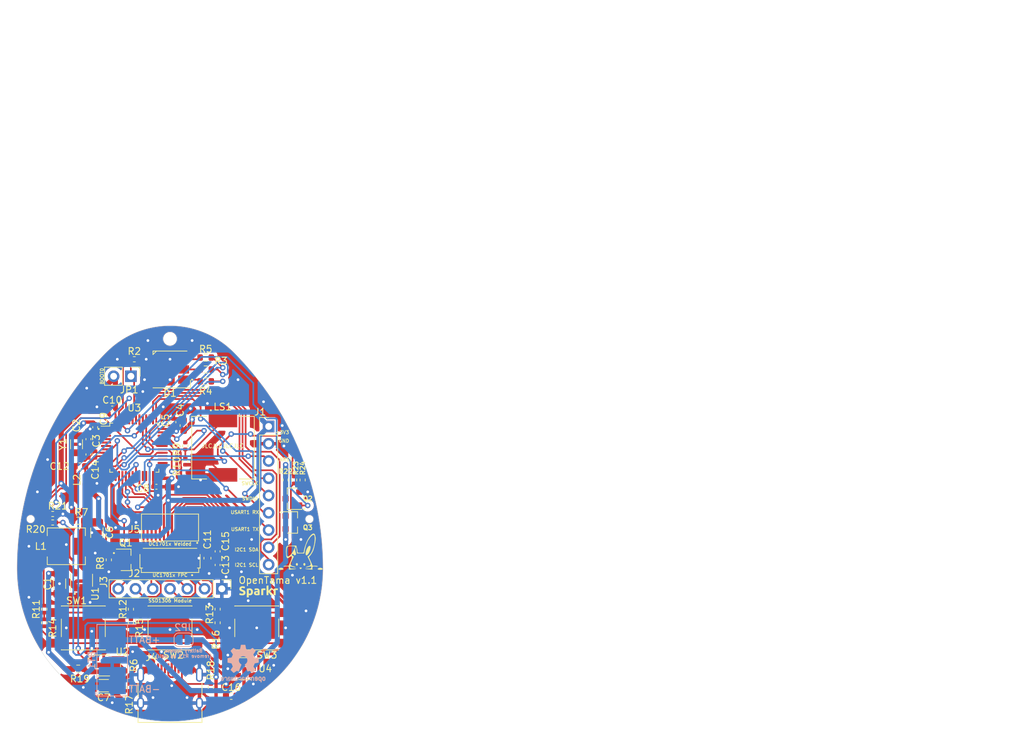
<source format=kicad_pcb>
(kicad_pcb (version 20221018) (generator pcbnew)
  (title_block (title "OpenTama") (date "2022-04-18") (rev "1.1") (company "Sparkr") (comment 1 "Licensed under CERN-OHL-S v2") (comment 2 "jc@sparkr.tech") (comment 3 "Jean-Christophe Rona"))
  (layers (0 "F.Cu" signal) (31 "B.Cu" signal) (34 "B.Paste" user) (35 "F.Paste" user) (36 "B.SilkS" user "B.Silkscreen") (37 "F.SilkS" user "F.Silkscreen") (38 "B.Mask" user) (39 "F.Mask" user) (44 "Edge.Cuts" user))
  (net 0 "")
  (net 1 "-BATT")
  (net 2 "+BATT")
  (net 3 "OSC32_IN")
  (net 4 "OSC32_OUT")
  (net 5 "+3V3")
  (net 6 "Net-(U1-FB)")
  (net 7 "+5V")
  (net 8 "Net-(J2-Pin_3)")
  (net 9 "+3.3VA")
  (net 10 "Net-(J2-Pin_7)")
  (net 11 "Net-(J2-Pin_6)")
  (net 12 "Net-(J2-Pin_4)")
  (net 13 "Net-(J2-Pin_5)")
  (net 14 "Net-(D1-BA)")
  (net 15 "Net-(D1-RA)")
  (net 16 "Net-(D1-GA)")
  (net 17 "NRST")
  (net 18 "SWCLK")
  (net 19 "SWDIO")
  (net 20 "USART1_RX")
  (net 21 "USART1_TX")
  (net 22 "I2C1_SDA")
  (net 23 "I2C1_SCL")
  (net 24 "Net-(J2-Pin_1)")
  (net 25 "SCREEN_DIN")
  (net 26 "SCREEN_CLK")
  (net 27 "SCREEN_DC")
  (net 28 "SCREEN_RES")
  (net 29 "SCREEN_CS")
  (net 30 "USB_CONN_D+")
  (net 32 "Net-(J4-CC1)")
  (net 33 "USB_CONN_D-")
  (net 35 "Net-(J4-CC2)")
  (net 36 "BOOT0")
  (net 37 "Net-(U1-SW)")
  (net 38 "Net-(LS1-Pad1)")
  (net 39 "BL_EN")
  (net 40 "NCHARG")
  (net 41 "RED_LED")
  (net 42 "GREEN_LED")
  (net 43 "BLUE_LED")
  (net 44 "Net-(Q2-D)")
  (net 45 "SPEAKER")
  (net 46 "LEFT_BTN")
  (net 47 "MIDDLE_BTN")
  (net 48 "RIGHT_BTN")
  (net 49 "Net-(Q3-D)")
  (net 50 "Net-(U2-PROG)")
  (net 51 "Net-(U2-BAT)")
  (net 58 "USB_D-")
  (net 59 "USB_D+")
  (net 61 "Net-(R11-Pad1)")
  (net 62 "Net-(R12-Pad1)")
  (net 63 "Net-(R13-Pad1)")
  (net 65 "VBUS_SENSE")
  (net 66 "VBATT_MEAS")
  (net 68 "VBATT_ANA")
  (footprint "Capacitor_SMD:C_1206_3216Metric" (layer "F.Cu") (at 133.75 103.5 -90)
    (fp_text reference "C1")
    (fp_text value "4.7uF")
  )
  (footprint "Capacitor_SMD:C_1206_3216Metric" (layer "F.Cu") (at 139.25 96 -90)
    (fp_text reference "C6")
    (fp_text value "10uF")
  )
  (footprint "Capacitor_SMD:C_1206_3216Metric" (layer "F.Cu") (at 140.25 118.5)
    (fp_text reference "C7")
    (fp_text value "1uF")
  )
  (footprint "Capacitor_SMD:C_0603_1608Metric" (layer "F.Cu") (at 155.5 99.75 -90)
    (fp_text reference "C11")
    (fp_text value "330nF/25V")
  )
  (footprint "Capacitor_SMD:C_0402_1005Metric" (layer "F.Cu") (at 157 100.75 -90)
    (fp_text reference "C13")
    (fp_text value "2.2uF/5V")
  )
  (footprint "Capacitor_SMD:C_0402_1005Metric" (layer "F.Cu") (at 157 98.75 -90)
    (fp_text reference "C15")
    (fp_text value "2.2uF/5V")
  )
  (footprint "OpenTama:LED_RGB_TC5050" (layer "F.Cu") (at 150 72)
    (fp_text reference "D1")
    (fp_text value "LED_RGB")
  )
  (footprint "Connector_USB:USB_C_Receptacle_HRO_TYPE-C-31-M-12" (layer "F.Cu") (at 150 120)
    (fp_text reference "J4")
    (fp_text value "USB_C_Receptacle_USB2.0")
  )
  (footprint "Inductor_SMD:L_Sunlord_MWSA0518_5.4x5.2mm" (layer "F.Cu") (at 134.75 98)
    (fp_text reference "L1")
    (fp_text value "10uH")
  )
  (footprint "Package_TO_SOT_SMD:SOT-23" (layer "F.Cu") (at 143.5 100)
    (fp_text reference "Q1")
    (fp_text value "BSS138")
  )
  (footprint "Resistor_SMD:R_0402_1005Metric" (layer "F.Cu") (at 144.75 70.5)
    (fp_text reference "R2")
    (fp_text value "10k")
  )
  (footprint "Resistor_SMD:R_0603_1608Metric" (layer "F.Cu") (at 155.25 72 180)
    (fp_text reference "R3")
    (fp_text value "1k")
  )
  (footprint "Resistor_SMD:R_0603_1608Metric" (layer "F.Cu") (at 155.25 73.75 180)
    (fp_text reference "R4")
    (fp_text value "330")
  )
  (footprint "Resistor_SMD:R_0603_1608Metric" (layer "F.Cu") (at 155.25 70.25 180)
    (fp_text reference "R5")
    (fp_text value "330")
  )
  (footprint "Resistor_SMD:R_0603_1608Metric" (layer "F.Cu") (at 143.25 115.5 -90)
    (fp_text reference "R6")
    (fp_text value "2k 1%")
  )
  (footprint "Resistor_SMD:R_0603_1608Metric" (layer "F.Cu") (at 136.5 94.25)
    (fp_text reference "R7")
    (fp_text value "0")
  )
  (footprint "Resistor_SMD:R_0402_1005Metric" (layer "F.Cu") (at 141 100 -90)
    (fp_text reference "R8")
    (fp_text value "10k")
  )
  (footprint "Resistor_SMD:R_0402_1005Metric" (layer "F.Cu") (at 131.5 107.25 90)
    (fp_text reference "R11")
    (fp_text value "330")
  )
  (footprint "Resistor_SMD:R_0402_1005Metric" (layer "F.Cu") (at 144.25 107.25 90)
    (fp_text reference "R12")
    (fp_text value "330")
  )
  (footprint "Resistor_SMD:R_0402_1005Metric" (layer "F.Cu") (at 157 107.25 90)
    (fp_text reference "R13")
    (fp_text value "330")
  )
  (footprint "Resistor_SMD:R_0402_1005Metric" (layer "F.Cu") (at 131.5 109.25 -90)
    (fp_text reference "R14")
    (fp_text value "220k")
  )
  (footprint "Resistor_SMD:R_0402_1005Metric" (layer "F.Cu") (at 144.25 109.25 -90)
    (fp_text reference "R15")
    (fp_text value "220k")
  )
  (footprint "Resistor_SMD:R_0402_1005Metric" (layer "F.Cu") (at 157 109.25 -90)
    (fp_text reference "R16")
    (fp_text value "220k")
  )
  (footprint "Resistor_SMD:R_0402_1005Metric" (layer "F.Cu") (at 144 118.75 90)
    (fp_text reference "R17")
    (fp_text value "5.1k")
  )
  (footprint "Resistor_SMD:R_0402_1005Metric" (layer "F.Cu") (at 156 118.75 90)
    (fp_text reference "R18")
    (fp_text value "5.1k")
  )
  (footprint "Button_Switch_SMD:SW_Push_1P1T_NO_6x6mm_H9.5mm" (layer "F.Cu") (at 137.25 110)
    (fp_text reference "SW1")
    (fp_text value "LEFT")
  )
  (footprint "Button_Switch_SMD:SW_Push_1P1T_NO_6x6mm_H9.5mm" (layer "F.Cu") (at 150 110)
    (fp_text reference "SW2")
    (fp_text value "MIDDLE")
  )
  (footprint "Button_Switch_SMD:SW_Push_1P1T_NO_6x6mm_H9.5mm" (layer "F.Cu") (at 162.75 110)
    (fp_text reference "SW3")
    (fp_text value "RIGHT")
  )
  (footprint "Package_TO_SOT_SMD:SOT-23-5" (layer "F.Cu") (at 137 103 90)
    (fp_text reference "U1")
    (fp_text value "TPS62203DBV")
  )
  (footprint "Package_TO_SOT_SMD:TSOT-23-5" (layer "F.Cu") (at 140.25 115.5)
    (fp_text reference "U2")
    (fp_text value "LTC4054ES5-4.2")
  )
  (footprint "Connector_PinHeader_2.54mm:PinHeader_1x02_P2.54mm_Vertical" (layer "F.Cu") (at 144.25 73 -90)
    (fp_text reference "JP1")
    (fp_text value "BOOT0")
  )
  (footprint "Connector_PinHeader_2.54mm:PinHeader_1x09_P2.54mm_Vertical" (layer "F.Cu") (at 164.5 80.38)
    (fp_text reference "J1")
    (fp_text value "Conn_01x09")
  )
  (footprint "Connector_PinHeader_2.54mm:PinHeader_1x07_P2.54mm_Vertical" (layer "F.Cu") (at 157.62 104.25 -90)
    (fp_text reference "J3")
    (fp_text value "Conn_01x07")
  )
  (footprint "Crystal:Crystal_SMD_3215-2Pin_3.2x1.5mm" (layer "F.Cu") (at 136.25 83 90)
    (fp_text reference "Y1")
    (fp_text value "32768Hz - 12,5 pF")
  )
  (footprint "Capacitor_SMD:C_0402_1005Metric" (layer "F.Cu") (at 141.5 77.75 180)
    (fp_text reference "C10")
    (fp_text value "100nF")
  )
  (footprint "Resistor_SMD:R_0402_1005Metric" (layer "F.Cu") (at 152.25 83.25 90)
    (fp_text reference "R9")
    (fp_text value "100")
  )
  (footprint "Buzzer_Beeper:Buzzer_CUI_CPT-9019S-SMT" (layer "F.Cu") (at 157.79 83.5 -90)
    (fp_text reference "LS1")
    (fp_text value "Speaker_Crystal")
  )
  (footprint "Capacitor_SMD:C_0402_1005Metric" (layer "F.Cu") (at 139 84.5 90)
    (fp_text reference "C14")
    (fp_text value "10nF")
  )
  (footprint "Resistor_SMD:R_0402_1005Metric" (layer "F.Cu") (at 152.25 85.5 -90)
    (fp_text reference "R10")
    (fp_text value "1k")
  )
  (footprint "Capacitor_SMD:C_0402_1005Metric" (layer "F.Cu") (at 139 80.5 -90)
    (fp_text reference "C9")
    (fp_text value "100nF")
  )
  (footprint "Capacitor_SMD:C_0402_1005Metric" (layer "F.Cu") (at 148 89.25)
    (fp_text reference "C8")
    (fp_text value "100nF")
  )
  (footprint "Inductor_SMD:L_0402_1005Metric" (layer "F.Cu") (at 137.5 88.25 90)
    (fp_text reference "L2")
    (fp_text value "39nH")
  )
  (footprint "Package_QFP:LQFP-48_7x7mm_P0.5mm" (layer "F.Cu") (at 144.75 83.5)
    (fp_text reference "U3")
    (fp_text value "STM32L072CBTx")
  )
  (footprint "Capacitor_SMD:C_0603_1608Metric" (layer "F.Cu") (at 136.75 86.25 180)
    (fp_text reference "C12")
    (fp_text value "1uF")
  )
  (footprint "Capacitor_SMD:C_0402_1005Metric" (layer "F.Cu") (at 138 82.25 -90)
    (fp_text reference "C2")
    (fp_text value "12pF")
  )
  (footprint "Capacitor_SMD:C_0603_1608Metric" (layer "F.Cu") (at 152 80.25 90)
    (fp_text reference "C4")
    (fp_text value "10uF")
  )
  (footprint "Capacitor_SMD:C_0402_1005Metric" (layer "F.Cu") (at 150.5 79.75 90)
    (fp_text reference "C5")
    (fp_text value "100nF")
  )
  (footprint "OpenTama:LCD_14p_0.6mm" (layer "F.Cu") (at 150 95.25 180)
    (fp_text reference "J5")
    (fp_text value "Conn_01x14")
  )
  (footprint "Capacitor_SMD:C_0603_1608Metric" (layer "F.Cu") (at 159 120 180)
    (fp_text reference "C16")
    (fp_text value "100nF")
  )
  (footprint "Package_TO_SOT_SMD:SOT-23-6" (layer "F.Cu") (at 161 116)
    (fp_text reference "U4")
    (fp_text value "USBLC6-2SC6")
  )
  (footprint "OpenTama:Hirose_FH34SRJ-14S-0.5SH_1x14-1MP_P0.50mm_Horizontal" (layer "F.Cu") (at 150 100 180)
    (fp_text reference "J2")
    (fp_text value "Conn_01x14")
  )
  (footprint "Capacitor_SMD:C_0402_1005Metric" (layer "F.Cu") (at 138 84.5 -90)
    (fp_text reference "C3")
    (fp_text value "12pF")
  )
  (footprint "OpenTama:Lapin" (layer "F.Cu") (at 169.25 98.75)
    (fp_text reference "G***" hide)
    (fp_text value "Lapin" hide)
  )
  (footprint "Resistor_SMD:R_0603_1608Metric" (layer "F.Cu") (at 136.5 116)
    (fp_text reference "R19")
    (fp_text value "0")
  )
  (footprint "Resistor_SMD:R_0402_1005Metric" (layer "F.Cu") (at 132.75 93.25)
    (fp_text reference "R21")
    (fp_text value "20k")
  )
  (footprint "Resistor_SMD:R_0402_1005Metric" (layer "F.Cu") (at 132.75 94.5 180)
    (fp_text reference "R20")
    (fp_text value "20k")
  )
  (footprint "Package_TO_SOT_SMD:SOT-23" (layer "F.Cu") (at 168 91 180)
    (fp_text reference "Q2")
    (fp_text value "BSS138")
  )
  (footprint "Package_TO_SOT_SMD:SOT-23" (layer "F.Cu") (at 168 94.5)
    (fp_text reference "Q3")
    (fp_text value "BSS84")
  )
  (footprint "Resistor_SMD:R_0402_1005Metric" (layer "F.Cu") (at 168.25 88.25 90)
    (fp_text reference "R23")
    (fp_text value "20k")
  )
  (footprint "Resistor_SMD:R_0402_1005Metric" (layer "F.Cu") (at 169.5 88.25 -90)
    (fp_text reference "R24")
    (fp_text value "20k")
  )
  (footprint "Resistor_SMD:R_0402_1005Metric" (layer "F.Cu") (at 167 88.25 -90)
    (fp_text reference "R22")
    (fp_text value "100k")
  )
  (footprint "OpenTama:Sparkr_Logo" (layer "F.Cu") (at 163 104.5)
    (fp_text reference "G***" hide)
    (fp_text value "LOGO" hide)
  )
  (footprint "OpenTama:Battery_Pads_4x4" (layer "B.Cu") (at 141.5 114.75 -90)
    (fp_text reference "BT1")
    (fp_text value "Battery_Cell")
  )
  (footprint "Jumper:SolderJumper-2_P1.3mm_Open_RoundedPad1.0x1.5mm" (layer "B.Cu") (at 152 111.75 180)
    (fp_text reference "JP2")
    (fp_text value "No BATT")
  )
  (footprint "Symbol:OSHW-Logo2_7.3x6mm_SilkScreen" (layer "B.Cu") (at 160.75 115.25 180)
    (fp_text reference "REF**" hide)
    (fp_text value "OSHW-Logo2_7.3x6mm_SilkScreen" hide)
  )
  (gr_circle (center 139.5 80.75) (end 139.575 80.75) (stroke (width 0.15)) (fill none) (layer "F.SilkS"))
  (gr_circle (center 138 114.5) (end 138.075 114.5) (stroke (width 0.15)) (fill none) (layer "F.SilkS"))
  (gr_circle (center 169.75 92.5) (end 169.825 92.5) (stroke (width 0.15)) (fill none) (layer "F.SilkS"))
  (gr_circle (center 156 78) (end 156.075 78) (stroke (width 0.15)) (fill none) (layer "F.SilkS"))
  (gr_circle (center 153.25 102.25) (end 153.325 102.25) (stroke (width 0.15)) (fill none) (layer "F.SilkS"))
  (gr_circle (center 136 105) (end 136.075 105) (stroke (width 0.15)) (fill none) (layer "F.SilkS"))
  (gr_circle (center 154 97.5) (end 154.075 97.5) (stroke (width 0.15)) (fill none) (layer "F.SilkS"))
  (gr_circle (center 159 115) (end 159.075 115) (stroke (width 0.15)) (fill none) (layer "F.SilkS"))
  (gr_circle (center 153.25 73.5) (end 153.325 73.5) (stroke (width 0.15)) (fill none) (layer "F.SilkS"))
  (gr_circle (center 166.25 93) (end 166.325 93) (stroke (width 0.15)) (fill none) (layer "F.SilkS"))
  (gr_circle (center 141.75 99) (end 141.825 99) (stroke (width 0.15)) (fill none) (layer "F.SilkS"))
  (gr_arc (start 172.5 101.25) (mid 150 123.75) (end 127.5 101.25) (stroke (width 0.05)) (layer "Edge.Cuts"))
  (gr_circle (center 170.5 94) (end 171.076 94) (stroke (width 0.05)) (fill none) (layer "Edge.Cuts"))
  (gr_arc (start 159.319805 69.430195) (mid 169.074579 84.029246) (end 172.5 101.25) (stroke (width 0.05)) (layer "Edge.Cuts"))
  (gr_circle (center 150 67.5) (end 151 67.5) (stroke (width 0.05)) (fill none) (layer "Edge.Cuts"))
  (gr_arc (start 127.500003 101.25) (mid 130.925424 84.029247) (end 140.680197 69.430197) (stroke (width 0.05)) (layer "Edge.Cuts"))
  (gr_circle (center 129.5 94) (end 130.076 94) (stroke (width 0.05)) (fill none) (layer "Edge.Cuts"))
  (gr_arc (start 140.680196 69.430196) (mid 150 65.569807) (end 159.319804 69.430196) (stroke (width 0.05)) (layer "Edge.Cuts"))
  (gr_text "Battery bypass\n(remove R19 as well)" (at 152 113.75) (layer "B.SilkS") (effects (font (size 0.5 0.5) (thickness 0.1)) (justify mirror)))
  (gr_text "+BATT" (at 146.25 111.75) (layer "B.SilkS") (effects (font (size 1 1)) (justify mirror)))
  (gr_text "-BATT" (at 146.25 119) (layer "B.SilkS") (effects (font (size 1 1)) (justify mirror)))
  (gr_text "GND" (at 166.75 82.5) (layer "F.SilkS") (effects (font (size 0.5 0.5) (thickness 0.1))))
  (gr_text "+3V3" (at 166.5 81.25) (layer "F.SilkS") (effects (font (size 0.5 0.5) (thickness 0.1))))
  (gr_text "BOOT0" (at 140 73 90) (layer "F.SilkS") (effects (font (size 0.5 0.5) (thickness 0.1))))
  (gr_text "SSD1306 Module" (at 150 106) (layer "F.SilkS") (effects (font (size 0.5 0.5) (thickness 0.1))))
  (gr_text "UC1701x FPC" (at 150 102.25) (layer "F.SilkS") (effects (font (size 0.5 0.5) (thickness 0.1))))
  (gr_text "UC1701x Welded" (at 150 97.65) (layer "F.SilkS") (effects (font (size 0.5 0.5) (thickness 0.1))))
  (gr_text "I2C1 SCL" (at 161.25 100.75) (layer "F.SilkS") (effects (font (size 0.5 0.5) (thickness 0.1))))
  (gr_text "USART1 TX" (at 161 95.5) (layer "F.SilkS") (effects (font (size 0.5 0.5) (thickness 0.1))))
  (gr_text "OpenTama v1.1" (at 160 103) (layer "F.SilkS") (effects (font (size 1 1)) (justify left)))
  (gr_text "NRST" (at 167 85.25) (layer "F.SilkS") (effects (font (size 0.5 0.5) (thickness 0.1))))
  (gr_text "I2C1 SDA" (at 161.25 98.5) (layer "F.SilkS") (effects (font (size 0.5 0.5) (thickness 0.1))))
  (gr_text "SWDIO" (at 161.75 91) (layer "F.SilkS") (effects (font (size 0.5 0.5) (thickness 0.1))))
  (gr_text "USART1 RX" (at 161 93) (layer "F.SilkS") (effects (font (size 0.5 0.5) (thickness 0.1))))
  (gr_text "JLCJLCJLCJLC" (at 157.75 83.25) (layer "F.SilkS") (effects (font (size 0.6 0.6) (thickness 0.1))))
  (gr_text "SWCLK" (at 161.75 88.75) (layer "F.SilkS") (effects (font (size 0.5 0.5) (thickness 0.1))))
  (segment (start 154.49 86.01) (end 156.3 86.01) (width 0.25) (layer "F.Cu") (net 1))
  (segment (start 138.94 115.5) (end 142.425 115.5) (width 0.75) (layer "F.Cu") (net 1))
  (segment (start 157.750047 96.25) (end 157.750045 93.382998) (width 0.25) (layer "F.Cu") (net 1))
  (segment (start 142.5 79.3375) (end 142.5 78.197626) (width 0.25) (layer "F.Cu") (net 1))
  (segment (start 157.750047 96.25) (end 157.856856 96.25) (width 0.25) (layer "F.Cu") (net 1))
  (segment (start 135.975 86.25) (end 136.77501 85.44999) (width 0.25) (layer "F.Cu") (net 1))
  (segment (start 147 87.6625) (end 147 88.802374) (width 0.25) (layer "F.Cu") (net 1))
  (segment (start 133.980001 105.205001) (end 133.75 104.975) (width 0.75) (layer "F.Cu") (net 1))
  (segment (start 138 82.73) (end 137.02 82.73) (width 0.25) (layer "F.Cu") (net 1))
  (segment (start 138.967626 84.02) (end 138.007626 84.98) (width 0.25) (layer "F.Cu") (net 1))
  (segment (start 169.5 88.76) (end 169.5 89.55) (width 0.25) (layer "F.Cu") (net 1))
  (segment (start 146.91499 89.612616) (end 147.187384 89.88501) (width 0.25) (layer "F.Cu") (net 1))
  (segment (start 140.125001 117.149999) (end 138.775 118.5) (width 0.75) (layer "F.Cu") (net 1))
  (segment (start 149.75 95.3) (end 149.75 101.25) (width 0.25) (layer "F.Cu") (net 1))
  (segment (start 137 104.1) (end 137 105.040002) (width 0.75) (layer "F.Cu") (net 1))
  (segment (start 140.125001 115.664999) (end 140.125001 117.149999) (width 0.75) (layer "F.Cu") (net 1))
  (segment (start 159.9 116) (end 158.5 116) (width 0.5) (layer "F.Cu") (net 1))
  (segment (start 146.91499 88.887384) (end 146.91499 89.612616) (width 0.25) (layer "F.Cu") (net 1))
  (segment (start 138.48 80.98) (end 138.25 80.75) (width 0.25) (layer "F.Cu") (net 1))
  (segment (start 156.36001 101.83501) (end 157.362616 101.83501) (width 0.25) (layer "F.Cu") (net 1))
  (segment (start 143.074999 77.622627) (end 143.074999 70.694447) (width 0.25) (layer "F.Cu") (net 1))
  (segment (start 148.48 89.56) (end 148.48 89.25) (width 0.25) (layer "F.Cu") (net 1))
  (segment (start 158.985038 99.55778) (end 158.985037 97.378181) (width 0.25) (layer "F.Cu") (net 1))
  (segment (start 139 84.02) (end 138.967626 84.02) (width 0.25) (layer "F.Cu") (net 1))
  (segment (start 136.77501 85.44999) (end 137.53001 85.44999) (width 0.25) (layer "F.Cu") (net 1))
  (segment (start 149.7 95.25) (end 149.75 95.3) (width 0.25) (layer "F.Cu") (net 1))
  (segment (start 148.15499 89.88501) (end 148.48 89.56) (width 0.25) (layer "F.Cu") (net 1))
  (segment (start 158.08502 101.112606) (end 158.08502 100.4578) (width 0.25) (layer "F.Cu") (net 1))
  (segment (start 150.5 79.27) (end 151.795 79.27) (width 0.25) (layer "F.Cu") (net 1))
  (segment (start 149.7 93.132948) (end 149.7 95.25) (width 0.25) (layer "F.Cu") (net 1))
  (segment (start 152.25 86.01) (end 154.49 86.01) (width 0.25) (layer "F.Cu") (net 1))
  (segment (start 142.5 100.95) (end 142.45 100.95) (width 0.25) (layer "F.Cu") (net 1))
  (segment (start 158.225 120) (end 158.225 119.60499) (width 0.5) (layer "F.Cu") (net 1))
  (segment (start 138.94 115.5) (end 139.960002 115.5) (width 0.75) (layer "F.Cu") (net 1))
  (segment (start 145.68 116.87) (end 145.835 116.87) (width 0.5) (layer "F.Cu") (net 1))
  (segment (start 137 105.040002) (end 136.835001 105.205001) (width 0.75) (layer "F.Cu") (net 1))
  (segment (start 147.187384 89.88501) (end 148.15499 89.88501) (width 0.25) (layer "F.Cu") (net 1))
  (segment (start 147.35499 69.85499) (end 148 70.5) (width 0.25) (layer "F.Cu") (net 1))
  (segment (start 137.53001 85.44999) (end 138 84.98) (width 0.25) (layer "F.Cu") (net 1))
  (segment (start 142.5 78.197626) (end 143.074999 77.622627) (width 0.25) (layer "F.Cu") (net 1))
  (segment (start 137.5 118.5) (end 137.25 118.75) (width 0.75) (layer "F.Cu") (net 1))
  (segment (start 142.01 100.51) (end 141 100.51) (width 0.25) (layer "F.Cu") (net 1))
  (segment (start 138.775 118.5) (end 137.5 118.5) (width 0.75) (layer "F.Cu") (net 1))
  (segment (start 142.425 115.5) (end 143.25 116.325) (width 0.75) (layer "F.Cu") (net 1))
  (segment (start 156.3 86.01) (end 157.79 87.5) (width 0.25) (layer "F.Cu") (net 1))
  (segment (start 169.5 89.55) (end 169 90.05) (width 0.25) (layer "F.Cu") (net 1))
  (segment (start 139.960002 115.5) (end 140.125001 115.664999) (width 0.75) (layer "F.Cu") (net 1))
  (segment (start 134.25 93.25) (end 133.26 93.25) (width 0.25) (layer "F.Cu") (net 1))
  (segment (start 157.362616 101.83501) (end 158.08502 101.112606) (width 0.25) (layer "F.Cu") (net 1))
  (segment (start 143.914456 69.85499) (end 147.35499 69.85499) (width 0.25) (layer "F.Cu") (net 1))
  (segment (start 155.5 100.975) (end 156.36001 101.83501) (width 0.25) (layer "F.Cu") (net 1))
  (segment (start 147 88.802374) (end 146.91499 88.887384) (width 0.25) (layer "F.Cu") (net 1))
  (segment (start 151.957994 90.874954) (end 149.7 93.132948) (width 0.25) (layer "F.Cu") (net 1))
  (segment (start 139.23 84.25) (end 140.5875 84.25) (width 0.25) (layer "F.Cu") (net 1))
  (segment (start 155.5 100.525) (end 155.5 100.975) (width 0.25) (layer "F.Cu") (net 1))
  (segment (start 153.405 115.955) (end 154.32 116.87) (width 0.5) (layer "F.Cu") (net 1))
  (segment (start 148.9125 81.25) (end 150.75 81.25) (width 0.25) (layer "F.Cu") (net 1))
  (segment (start 153.25 115.955) (end 153.405 115.955) (width 0.5) (layer "F.Cu") (net 1))
  (segment (start 158.08502 100.4578) (end 158.985038 99.55778) (width 0.25) (layer "F.Cu") (net 1))
  (segment (start 157.750045 93.382998) (end 155.241997 90.874953) (width 0.25) (layer "F.Cu") (net 1))
  (segment (start 139 80.98) (end 138.48 80.98) (width 0.25) (layer "F.Cu") (net 1))
  (segment (start 138.007626 84.98) (end 138 84.98) (width 0.25) (layer "F.Cu") (net 1))
  (segment (start 137.02 82.73) (end 136.75 83) (width 0.25) (layer "F.Cu") (net 1))
  (segment (start 143.074999 70.694447) (end 143.914456 69.85499) (width 0.25) (layer "F.Cu") (net 1))
  (segment (start 157.856856 96.25) (end 158.985037 97.378181) (width 0.25) (layer "F.Cu") (net 1))
  (segment (start 136.835001 105.205001) (end 133.980001 105.205001) (width 0.75) (layer "F.Cu") (net 1))
  (segment (start 150.75 81.25) (end 150.92 81.08) (width 0.25) (layer "F.Cu") (net 1))
  (segment (start 139 84.02) (end 139.23 84.25) (width 0.25) (layer "F.Cu") (net 1))
  (segment (start 155.241997 90.874953) (end 151.957994 90.874954) (width 0.25) (layer "F.Cu") (net 1))
  (segment (start 145.835 116.87) (end 146.75 115.955) (width 0.5) (layer "F.Cu") (net 1))
  (segment (start 151.795 79.27) (end 152 79.475) (width 0.25) (layer "F.Cu") (net 1))
  (segment (start 142.45 100.95) (end 142.01 100.51) (width 0.25) (layer "F.Cu") (net 1))
  (via (at 153 77.75) (size 0.8) (drill 0.4) (layers "F.Cu" "B.Cu") (net 1))
  (via (at 146.5 70.5) (size 0.8) (drill 0.4) (layers "F.Cu" "B.Cu") (net 1))
  (via (at 155.75 106.5) (size 0.8) (drill 0.4) (layers "F.Cu" "B.Cu") (net 1))
  (via (at 150 110.25) (size 0.8) (drill 0.4) (layers "F.Cu" "B.Cu") (net 1))
  (via (at 137.75 74.75) (size 0.8) (drill 0.4) (layers "F.Cu" "B.Cu") (net 1))
  (via (at 167 110) (size 0.8) (drill 0.4) (layers "F.Cu" "B.Cu") (net 1))
  (via (at 160 73.5) (size 0.8) (drill 0.4) (layers "F.Cu" "B.Cu") (net 1))
  (via (at 148.25 90.5) (size 0.8) (drill 0.4) (layers "F.Cu" "B.Cu") (net 1))
  (via (at 129.25 105.5) (size 0.8) (drill 0.4) (layers "F.Cu" "B.Cu") (net 1))
  (via (at 138.5 110.5) (size 0.8) (drill 0.4) (layers "F.Cu" "B.Cu") (net 1))
  (via (at 166.75 83.25) (size 0.8) (drill 0.4) (layers "F.Cu" "B.Cu") (net 1))
  (via (at 137.25 118.75) (size 0.8) (drill 0.4) (layers "F.Cu" "B.Cu") (net 1))
  (via (at 165.25 115.5) (size 0.8) (drill 0.4) (layers "F.Cu" "B.Cu") (net 1))
  (via (at 148.75 113.5) (size 0.8) (drill 0.4) (layers "F.Cu" "B.Cu") (net 1))
  (via (at 136.75 83) (size 0.8) (drill 0.4) (layers "F.Cu" "B.Cu") (net 1))
  (via (at 138.25 106.25) (size 0.8) (drill 0.4) (layers "F.Cu" "B.Cu") (net 1))
  (via (at 166.5 80.25) (size 0.8) (drill 0.4) (layers "F.Cu" "B.Cu") (net 1))
  (via (at 142 95.25) (size 0.8) (drill 0.4) (layers "F.Cu" "B.Cu") (net 1))
  (via (at 151.25 89.25) (size 0.8) (drill 0.4) (layers "F.Cu" "B.Cu") (net 1))
  (via (at 141.5 121) (size 0.8) (drill 0.4) (layers "F.Cu" "B.Cu") (net 1))
  (via (at 150.25 118.5) (size 0.8) (drill 0.4) (layers "F.Cu" "B.Cu") (net 1))
  (via (at 154.49 88.25) (size 0.8) (drill 0.4) (layers "F.Cu" "B.Cu") (net 1))
  (via (at 142.25 70.5) (size 0.8) (drill 0.4) (layers "F.Cu" "B.Cu") (net 1))
  (via (at 154.25 99.75) (size 0.8) (drill 0.4) (layers "F.Cu" "B.Cu") (net 1))
  (via (at 134.75 97.75) (size 0.8) (drill 0.4) (layers "F.Cu" "B.Cu") (net 1))
  (via (at 146.75 67.75) (size 0.8) (drill 0.4) (layers "F.Cu" "B.Cu") (net 1))
  (via (at 163.75 76.75) (size 0.8) (drill 0.4) (layers "F.Cu" "B.Cu") (net 1))
  (via (at 141 101.75) (size 0.8) (drill 0.4) (layers "F.Cu" "B.Cu") (net 1))
  (via (at 170.25 90) (size 0.8) (drill 0.4) (layers "F.Cu" "B.Cu") (net 1))
  (via (at 155.75 102) (size 0.8) (drill 0.4) (layers "F.Cu" "B.Cu") (net 1))
  (via (at 146 75.25) (size 0.8) (drill 0.4) (layers "F.Cu" "B.Cu") (net 1))
  (via (at 152.5 120.25) (size 0.8) (drill 0.4) (layers "F.Cu" "B.Cu") (net 1))
  (via (at 145 94.5) (size 0.8) (drill 0.4) (layers "F.Cu" "B.Cu") (net 1))
  (via (at 130.5 90) (size 0.8) (drill 0.4) (layers "F.Cu" "B.Cu") (net 1))
  (via (at 158.75 110) (size 0.8) (drill 0.4) (layers "F.Cu" "B.Cu") (net 1))
  (via (at 138.5 113) (size 0.8) (drill 0.4) (layers "F.Cu" "B.Cu") (net 1))
  (via (at 147.5 120.25) (size 0.8) (drill 0.4) (layers "F.Cu" "B.Cu") (net 1))
  (via (at 138.5 96) (size 0.8) (drill 0.4) (layers "F.Cu" "B.Cu") (net 1))
  (via (at 138.25 80.75) (size 0.8) (drill 0.4) (layers "F.Cu" "B.Cu") (net 1))
  (via (at 162.25 118.25) (size 0.8) (drill 0.4) (layers "F.Cu" "B.Cu") (net 1))
  (via (at 155.5 77) (size 0.8) (drill 0.4) (layers "F.Cu" "B.Cu") (net 1))
  (via (at 154 110.25) (size 0.8) (drill 0.4) (layers "F.Cu" "B.Cu") (net 1))
  (via (at 169.25 97) (size 0.8) (drill 0.4) (layers "F.Cu" "B.Cu") (net 1))
  (via (at 158.5 116) (size 0.8) (drill 0.4) (layers "F.Cu" "B.Cu") (net 1))
  (via (at 149 77.5) (size 0.8) (drill 0.4) (layers "F.Cu" "B.Cu") (net 1))
  (via (at 139.25 77.5) (size 0.8) (drill 0.4) (layers "F.Cu" "B.Cu") (net 1))
  (via (at 158.5 114) (size 0.8) (drill 0.4) (layers "F.Cu" "B.Cu") (net 1))
  (via (at 161.5 106) (size 0.8) (drill 0.4) (layers "F.Cu" "B.Cu") (net 1))
  (via (at 132 85.25) (size 0.8) (drill 0.4) (layers "F.Cu" "B.Cu") (net 1))
  (via (at 150.92 81.08) (size 0.8) (drill 0.4) (layers "F.Cu" "B.Cu") (net 1))
  (via (at 158.25 118.25) (size 0.8) (drill 0.4) (layers "F.Cu" "B.Cu") (net 1))
  (via (at 139 99) (size 0.8) (drill 0.4) (layers "F.Cu" "B.Cu") (net 1))
  (via (at 144.5 113.5) (size 0.8) (drill 0.4) (layers "F.Cu" "B.Cu") (net 1))
  (via (at 150 70.5) (size 0.8) (drill 0.4) (layers "F.Cu" "B.Cu") (net 1))
  (via (at 150 73.5) (size 0.8) (drill 0.4) (layers "F.Cu" "B.Cu") (net 1))
  (via (at 134.75 110) (size 0.8) (drill 0.4) (layers "F.Cu" "B.Cu") (net 1))
  (via (at 162 97) (size 0.8) (drill 0.4) (layers "F.Cu" "B.Cu") (net 1))
  (via (at 153.25 67.75) (size 0.8) (drill 0.4) (layers "F.Cu" "B.Cu") (net 1))
  (via (at 162.75 110) (size 0.8) (drill 0.4) (layers "F.Cu" "B.Cu") (net 1))
  (via (at 146.25 110.25) (size 0.8) (drill 0.4) (layers "F.Cu" "B.Cu") (net 1))
  (via (at 160.5 101.75) (size 0.8) (drill 0.4) (layers "F.Cu" "B.Cu") (net 1))
  (via (at 133.75 103.5) (size 0.8) (drill 0.4) (layers "F.Cu" "B.Cu") (net 1))
  (via (at 129.25 98) (size 0.8) (drill 0.4) (layers "F.Cu" "B.Cu") (net 1))
  (via (at 158.25 102.5) (size 0.8) (drill 0.4) (layers "F.Cu" "B.Cu") (net 1))
  (via (at 134.25 93.25) (size 0.8) (drill 0.4) (layers "F.Cu" "B.Cu") (net 1))
  (via (at 168 102.25) (size 0.8) (drill 0.4) (layers "F.Cu" "B.Cu") (net 1))
  (via (at 139.25 88.75) (size 0.8) (drill 0.4) (layers "F.Cu" "B.Cu") (net 1))
  (via (at 146.25 73.5) (size 0.8) (drill 0.4) (layers "F.Cu" "B.Cu") (net 1))
  (via (at 170 107.5) (size 0.8) (drill 0.4) (layers "F.Cu" "B.Cu") (net 1))
  (segment (start 140.5 118.75) (end 141.5 117.75) (width 0.75) (layer "B.Cu") (net 1))
  (segment (start 137.25 118.75) (end 140.5 118.75) (width 0.75) (layer "B.Cu") (net 1))
  (segment (start 133.975 102.025) (end 136.05 104.1) (width 0.75) (layer "F.Cu") (net 2))
  (segment (start 167 86) (end 167 87.74) (width 0.75) (layer "F.Cu") (net 2))
  (segment (start 136.05 104.1) (end 136.05 103.330001) (width 0.5) (layer "F.Cu") (net 2))
  (segment (start 136.05 103.330001) (end 136.260002 103.119999) (width 0.5) (layer "F.Cu") (net 2))
  (segment (start 137.685001 103.119999) (end 137.95 103.384998) (width 0.5) (layer "F.Cu") (net 2))
  (segment (start 137.95 103.384998) (end 137.95 104.1) (width 0.5) (layer "F.Cu") (net 2))
  (segment (start 134.556998 116) (end 132.149999 113.593001) (width 0.75) (layer "F.Cu") (net 2))
  (segment (start 133.75 102.025) (end 133.975 102.025) (width 0.75) (layer "F.Cu") (net 2))
  (segment (start 133.75 102.025) (end 132.174999 102.025) (width 0.75) (layer "F.Cu") (net 2))
  (segment (start 136.260002 103.119999) (end 137.685001 103.119999) (width 0.5) (layer "F.Cu") (net 2))
  (segment (start 132.174999 102.025) (end 132.149999 102) (width 0.75) (layer "F.Cu") (net 2))
  (segment (start 167 97) (end 167 95.45) (width 0.75) (layer "F.Cu") (net 2))
  (segment (start 135.675 116) (end 134.556998 116) (width 0.75) (layer "F.Cu") (net 2))
  (via (at 167 86) (size 0.8) (drill 0.4) (layers "F.Cu" "B.Cu") (net 2))
  (via (at 132.149999 102) (size 0.8) (drill 0.4) (layers "F.Cu" "B.Cu") (net 2))
  (via (at 132.149999 113.593001) (size 0.8) (drill 0.4) (layers "F.Cu" "B.Cu") (net 2))
  (via (at 167 97) (size 0.8) (drill 0.4) (layers "F.Cu" "B.Cu") (net 2))
  (segment (start 137.625 116.875) (end 138.924999 115.575001) (width 0.75) (layer "B.Cu") (net 2))
  (segment (start 153.031999 119.225001) (end 158.718001 119.225001) (width 0.75) (layer "B.Cu") (net 2))
  (segment (start 167 100.309002) (end 167 97) (width 0.75) (layer "B.Cu") (net 2))
  (segment (start 137 117.5) (end 137.625 116.875) (width 0.75) (layer "B.Cu") (net 2))
  (segment (start 141.5 111.75) (end 145.556998 111.75) (width 0.75) (layer "B.Cu") (net 2))
  (segment (start 138.924999 115.575001) (end 138.924999 114.325001) (width 0.75) (layer "B.Cu") (net 2))
  (segment (start 145.556998 111.75) (end 153.031999 119.225001) (width 0.75) (layer "B.Cu") (net 2))
  (segment (start 165.774999 112.168003) (end 165.774999 101.534003) (width 0.75) (layer "B.Cu") (net 2))
  (segment (start 136.056998 117.5) (end 137 117.5) (width 0.75) (layer "B.Cu") (net 2))
  (segment (start 151.35 111.75) (end 141.5 111.75) (width 0.75) (layer "B.Cu") (net 2))
  (segment (start 132.149999 113.593001) (end 136.056998 117.5) (width 0.75) (layer "B.Cu") (net 2))
  (segment (start 138.924999 114.325001) (end 141.5 111.75) (width 0.75) (layer "B.Cu") (net 2))
  (segment (start 158.718001 119.225001) (end 165.774999 112.168003) (width 0.75) (layer "B.Cu") (net 2))
  (segment (start 167 97) (end 167 86) (width 0.75) (layer "B.Cu") (net 2))
  (segment (start 132.149999 102) (end 132.149999 113.593001) (width 0.75) (layer "B.Cu") (net 2))
  (segment (start 165.774999 101.534003) (end 167 100.309002) (width 0.75) (layer "B.Cu") (net 2))
  (segment (start 138 81.77) (end 140.5675 81.77) (width 0.25) (layer "F.Cu") (net 3))
  (segment (start 140.5675 81.77) (end 140.5875 81.75) (width 0.25) (layer "F.Cu") (net 3))
  (segment (start 137.98 81.75) (end 138 81.77) (width 0.25) (layer "F.Cu") (net 3))
  (segment (start 136.25 81.75) (end 137.98 81.75) (width 0.25) (layer "F.Cu") (net 3))
  (segment (start 138 84.02) (end 138 83.74) (width 0.25) (layer "F.Cu") (net 4))
  (segment (start 138 83.74) (end 139.49 82.25) (width 0.25) (layer "F.Cu") (net 4))
  (segment (start 137.77 84.25) (end 138 84.02) (width 0.25) (layer "F.Cu") (net 4))
  (segment (start 136.25 84.25) (end 137.77 84.25) (width 0.25) (layer "F.Cu") (net 4))
  (segment (start 139.49 82.25) (end 140.5875 82.25) (width 0.25) (layer "F.Cu") (net 4))
  (segment (start 134 81.025036) (end 141.71 73.315036) (width 0.75) (layer "F.Cu") (net 5))
  (segment (start 147.575008 89.01059) (end 148.585598 88) (width 0.5) (layer "F.Cu") (net 5))
  (segment (start 134 88.75) (end 134 81.025036) (width 0.75) (layer "F.Cu") (net 5))
  (segment (start 137.510001 79.739999) (end 138.719999 79.739999) (width 0.5) (layer "F.Cu") (net 5))
  (segment (start 153.975 112.25) (end 158.775 112.25) (width 0.25) (layer "F.Cu") (net 5))
  (segment (start 141.71 73) (end 141.968831 73.258831) (width 0.75) (layer "F.Cu") (net 5))
  (segment (start 152.674999 101.900001) (end 152.75 101.825) (width 0.25) (layer "F.Cu") (net 5))
  (segment (start 158.775 112.25) (end 166.725 112.25) (width 0.25) (layer "F.Cu") (net 5))
  (segment (start 135.675 94.25) (end 135.675 92.425) (width 0.75) (layer "F.Cu") (net 5))
  (segment (start 137.5 89) (end 139.5 91) (width 0.75) (layer "F.Cu") (net 5))
  (segment (start 153.3 97.340331) (end 152.75 97.890331) (width 0.25) (layer "F.Cu") (net 5))
  (segment (start 141.225 112.25) (end 133.275 112.25) (width 0.25) (layer "F.Cu") (net 5))
  (segment (start 137.5 92.425) (end 135.675 94.25) (width 0.75) (layer "F.Cu") (net 5))
  (segment (start 130.85499 91.89501) (end 130.85499 110.085544) (width 0.25) (layer "F.Cu") (net 5))
  (segment (start 137.270152 79.88999) (end 137.270152 79.729848) (width 0.25) (layer "F.Cu") (net 5))
  (segment (start 149.25 101.825) (end 149.325001 101.900001) (width 0.25) (layer "F.Cu") (net 5))
  (segment (start 152 81.025) (end 152 80.901998) (width 0.5) (layer "F.Cu") (net 5))
  (segment (start 141.98 77.75) (end 141.98 79.3175) (width 0.25) (layer "F.Cu") (net 5))
  (segment (start 149.1 91.9) (end 149.75 91.25) (width 0.25) (layer "F.Cu") (net 5))
  (segment (start 152.75 97.890331) (end 152.75 101.25) (width 0.25) (layer "F.Cu") (net 5))
  (segment (start 141.98 79.3175) (end 142 79.3375) (width 0.25) (layer "F.Cu") (net 5))
  (segment (start 135.675 92.425) (end 135.5 92.25) (width 0.75) (layer "F.Cu") (net 5))
  (segment (start 152.056386 81.025) (end 152 81.025) (width 0.75) (layer "F.Cu") (net 5))
  (segment (start 152.730001 101.900001) (end 155.08 104.25) (width 0.25) (layer "F.Cu") (net 5))
  (segment (start 151.328002 80.23) (end 150.5 80.23) (width 0.5) (layer "F.Cu") (net 5))
  (segment (start 137.36001 79.88999) (end 137.510001 79.739999) (width 0.5) (layer "F.Cu") (net 5))
  (segment (start 133.019446 112.25) (end 133.275 112.25) (width 0.25) (layer "F.Cu") (net 5))
  (segment (start 153.3 95.25) (end 153.3 97.340331) (width 0.25) (layer "F.Cu") (net 5))
  (segment (start 153.975 112.25) (end 146.025 112.25) (width 0.25) (layer "F.Cu") (net 5))
  (segment (start 147.575008 89.194992) (end 147.575008 89.01059) (width 0.5) (layer "F.Cu") (net 5))
  (segment (start 137.270152 79.88999) (end 137.36001 79.88999) (width 0.5) (layer "F.Cu") (net 5))
  (segment (start 149.25 97.225772) (end 149.25 101.25) (width 0.25) (layer "F.Cu") (net 5))
  (segment (start 139.8575 80.02) (end 140.5875 80.75) (width 0.25) (layer "F.Cu") (net 5))
  (segment (start 149.1 95.25) (end 149.1 97.075772) (width 0.25) (layer "F.Cu") (net 5))
  (segment (start 149.1 97.075772) (end 149.25 97.225772) (width 0.25) (layer "F.Cu") (net 5))
  (segment (start 141.968831 73.258831) (end 141.968831 77.738831) (width 0.75) (layer "F.Cu") (net 5))
  (segment (start 137.5 88.735) (end 137.5 89) (width 0.75) (layer "F.Cu") (net 5))
  (segment (start 152 80.901998) (end 151.328002 80.23) (width 0.5) (layer "F.Cu") (net 5))
  (segment (start 152.75 101.25) (end 152.75 101.825) (width 0.25) (layer "F.Cu") (net 5))
  (segment (start 141.71 73.315036) (end 141.71 73) (width 0.75) (layer "F.Cu") (net 5))
  (segment (start 149.25 101.25) (end 149.25 101.825) (width 0.25) (layer "F.Cu") (net 5))
  (segment (start 147.5 87.6625) (end 147.5 89.23) (width 0.25) (layer "F.Cu") (net 5))
  (segment (start 147.5 89.23) (end 147.52 89.25) (width 0.25) (layer "F.Cu") (net 5))
  (segment (start 148.585598 88) (end 150.25 88) (width 0.5) (layer "F.Cu") (net 5))
  (segment (start 141.71 73) (end 141.71 77.48) (width 0.25) (layer "F.Cu") (net 5))
  (segment (start 153.25 79.350009) (end 153.25 79.831386) (width 0.75) (layer "F.Cu") (net 5))
  (segment (start 147.52 89.25) (end 147.575008 89.194992) (width 0.5) (layer "F.Cu") (net 5))
  (segment (start 141.225 112.25) (end 146.025 112.25) (width 0.25) (layer "F.Cu") (net 5))
  (segment (start 148.9125 80.75) (end 148.9125 80.5875) (width 0.25) (layer "F.Cu") (net 5))
  (segment (start 152.674999 101.900001) (end 152.730001 101.900001) (width 0.25) (layer "F.Cu") (net 5))
  (segment (start 130.85499 110.085544) (end 133.019446 112.25) (width 0.25) (layer "F.Cu") (net 5))
  (segment (start 138.719999 79.739999) (end 139 80.02) (width 0.5) (layer "F.Cu") (net 5))
  (segment (start 149.1 95.25) (end 149.1 91.9) (width 0.25) (layer "F.Cu") (net 5))
  (segment (start 153.25 79.831386) (end 152.056386 81.025) (width 0.75) (layer "F.Cu") (net 5))
  (segment (start 134 88.75) (end 130.85499 91.89501) (width 0.25) (layer "F.Cu") (net 5))
  (segment (start 149.27 80.23) (end 150.5 80.23) (width 0.25) (layer "F.Cu") (net 5))
  (segment (start 141.71 77.48) (end 141.98 77.75) (width 0.25) (layer "F.Cu") (net 5))
  (segment (start 148.9125 80.5875) (end 149.27 80.23) (width 0.25) (layer "F.Cu") (net 5))
  (segment (start 149.325001 101.900001) (end 152.674999 101.900001) (width 0.25) (layer "F.Cu") (net 5))
  (segment (start 137.5 88.735) (end 137.5 92.425) (width 0.75) (layer "F.Cu") (net 5))
  (segment (start 139 80.02) (end 139.8575 80.02) (width 0.25) (layer "F.Cu") (net 5))
  (via (at 153.25 79.350009) (size 0.8) (drill 0.4) (layers "F.Cu" "B.Cu") (net 5))
  (via (at 134 88.75) (size 0.8) (drill 0.4) (layers "F.Cu" "B.Cu") (net 5))
  (via (at 137.270152 79.88999) (size 0.8) (drill 0.4) (layers "F.Cu" "B.Cu") (net 5))
  (via (at 149.75 91.25) (size 0.8) (drill 0.4) (layers "F.Cu" "B.Cu") (net 5))
  (via (at 139.5 91) (size 0.8) (drill 0.4) (layers "F.Cu" "B.Cu") (net 5))
  (via (at 150.25 88) (size 0.8) (drill 0.4) (layers "F.Cu" "B.Cu") (net 5))
  (via (at 135.5 92.25) (size 0.8) (drill 0.4) (layers "F.Cu" "B.Cu") (net 5))
  (segment (start 135.5 81.660142) (end 137.270152 79.88999) (width 0.75) (layer "B.Cu") (net 5))
  (segment (start 164.5 80.38) (end 162.394999 78.274999) (width 0.75) (layer "B.Cu") (net 5))
  (segment (start 161.443002 91.25) (end 163.074999 89.618003) (width 0.75) (layer "B.Cu") (net 5))
  (segment (start 135.5 90.25) (end 134 88.75) (width 0.75) (layer "B.Cu") (net 5))
  (segment (start 163.074999 81.805001) (end 164.5 80.38) (width 0.75) (layer "B.Cu") (net 5))
  (segment (start 139.5 94.75) (end 141.25 96.5) (width 0.75) (layer "B.Cu") (net 5))
  (segment (start 141.25 96.5) (end 148.5 96.5) (width 0.75) (layer "B.Cu") (net 5))
  (segment (start 163.074999 89.618003) (end 163.074999 81.805001) (width 0.75) (layer "B.Cu") (net 5))
  (segment (start 139.5 91) (end 139.5 94.75) (width 0.75) (layer "B.Cu") (net 5))
  (segment (start 153.918003 78.274999) (end 153.25 78.943002) (width 0.75) (layer "B.Cu") (net 5))
  (segment (start 153.25 78.943002) (end 153.25 79.350009) (width 0.75) (layer "B.Cu") (net 5))
  (segment (start 149.75 91.25) (end 161.443002 91.25) (width 0.75) (layer "B.Cu") (net 5))
  (segment (start 135.5 92.25) (end 135.5 90.25) (width 0.75) (layer "B.Cu") (net 5))
  (segment (start 149.75 88.5) (end 150.25 88) (width 0.75) (layer "B.Cu") (net 5))
  (segment (start 148.5 96.5) (end 149.75 95.25) (width 0.75) (layer "B.Cu") (net 5))
  (segment (start 162.394999 78.274999) (end 153.918003 78.274999) (width 0.75) (layer "B.Cu") (net 5))
  (segment (start 149.75 91.25) (end 149.75 88.5) (width 0.75) (layer "B.Cu") (net 5))
  (segment (start 135.5 92.25) (end 135.5 81.660142) (width 0.75) (layer "B.Cu") (net 5))
  (segment (start 149.75 95.25) (end 149.75 91.25) (width 0.75) (layer "B.Cu") (net 5))
  (segment (start 137.325 95.425) (end 136.8 95.95) (width 0.75) (layer "F.Cu") (net 6))
  (segment (start 136.8 95.95) (end 136.8 98) (width 0.75) (layer "F.Cu") (net 6))
  (segment (start 137.325 94.25) (end 138.975 94.25) (width 0.75) (layer "F.Cu") (net 6))
  (segment (start 136.8 98) (end 136.8 100.75) (width 0.75) (layer "F.Cu") (net 6))
  (segment (start 138.975 94.25) (end 139.25 94.525) (width 0.75) (layer "F.Cu") (net 6))
  (segment (start 136.8 100.75) (end 137.95 101.9) (width 0.75) (layer "F.Cu") (net 6))
  (segment (start 137.325 94.25) (end 137.325 95.425) (width 0.75) (layer "F.Cu") (net 6))
  (segment (start 156.94999 121.05001) (end 156.130283 121.05001) (width 0.75) (layer "F.Cu") (net 7))
  (segment (start 156.77001 117.22999) (end 156.77001 120.410283) (width 0.5) (layer "F.Cu") (net 7))
  (segment (start 156.130283 121.06001) (end 156.130283 121.05001) (width 0.75) (layer "F.Cu") (net 7))
  (segment (start 154.769999 114.769999) (end 152.599999 114.769999) (width 0.5) (layer "F.Cu") (net 7))
  (segment (start 159.775 120) (end 159.775 120.475) (width 0.75) (layer "F.Cu") (net 7))
  (segment (start 141.725 118.5) (end 141.725 119.4) (width 0.75) (layer "F.Cu") (net 7))
  (segment (start 160.880001 116.189999) (end 161.07 116) (width 0.5) (layer "F.Cu") (net 7))
  (segment (start 144.730001 114.769999) (end 147.400001 114.769999) (width 0.5) (layer "F.Cu") (net 7))
  (segment (start 159.775 120.475) (end 159.19999 121.05001) (width 0.75) (layer "F.Cu") (net 7))
  (segment (start 144.75001 122.42501) (end 154.765283 122.42501) (width 0.75) (layer "F.Cu") (net 7))
  (segment (start 156.77001 116.77001) (end 156.77001 117.22999) (width 0.5) (layer "F.Cu") (net 7))
  (segment (start 161.07 116) (end 162.1 116) (width 0.5) (layer "F.Cu") (net 7))
  (segment (start 133.26 94.5) (end 134.25 94.5) (width 0.25) (layer "F.Cu") (net 7))
  (segment (start 160.880001 118.894999) (end 160.880001 116.189999) (width 0.5) (layer "F.Cu") (net 7))
  (segment (start 159.19999 121.05001) (end 156.94999 121.05001) (width 0.75) (layer "F.Cu") (net 7))
  (segment (start 141.56 116.45) (end 141.56 118.335) (width 0.75) (layer "F.Cu") (net 7))
  (segment (start 152.45 114.919998) (end 152.45 115.955) (width 0.5) (layer "F.Cu") (net 7))
  (segment (start 147.400001 114.769999) (end 147.55 114.919998) (width 0.5) (layer "F.Cu") (net 7))
  (segment (start 141.725 119.4) (end 144.75001 122.42501) (width 0.75) (layer "F.Cu") (net 7))
  (segment (start 156.77001 120.410283) (end 156.130283 121.05001) (width 0.5) (layer "F.Cu") (net 7))
  (segment (start 147.55 114.919998) (end 147.55 115.955) (width 0.5) (layer "F.Cu") (net 7))
  (segment (start 154.765283 122.42501) (end 156.130283 121.06001) (width 0.75) (layer "F.Cu") (net 7))
  (segment (start 141.56 118.335) (end 141.725 118.5) (width 0.75) (layer "F.Cu") (net 7))
  (segment (start 141.725 118.5) (end 142.469254 118.5) (width 0.5) (layer "F.Cu") (net 7))
  (segment (start 152.599999 114.769999) (end 152.45 114.919998) (width 0.5) (layer "F.Cu") (net 7))
  (segment (start 154.769999 114.769999) (end 156.77001 116.77001) (width 0.5) (layer "F.Cu") (net 7))
  (segment (start 159.775 120) (end 160.880001 118.894999) (width 0.5) (layer "F.Cu") (net 7))
  (segment (start 142.469254 118.5) (end 144.730001 116.239253) (width 0.5) (layer "F.Cu") (net 7))
  (segment (start 144.730001 116.239253) (end 144.730001 114.769999) (width 0.5) (layer "F.Cu") (net 7))
  (via (at 134.25 94.5) (size 0.8) (drill 0.4) (layers "F.Cu" "B.Cu") (net 7))
  (via (at 156.77001 117.22999) (size 0.8) (drill 0.4) (layers "F.Cu" "B.Cu") (net 7))
  (segment (start 154.348001 109.274999) (end 156.77001 111.697008) (width 0.25) (layer "B.Cu") (net 7))
  (segment (start 156.77001 111.697008) (end 156.77001 113.77001) (width 0.25) (layer "B.Cu") (net 7))
  (segment (start 137.901999 109.274999) (end 154.348001 109.274999) (width 0.25) (layer "B.Cu") (net 7))
  (segment (start 135.774999 113.598001) (end 136.151999 113.975001) (width 0.25) (layer "B.Cu") (net 7))
  (segment (start 156.77001 113.77001) (end 154.75 111.75) (width 0.75) (layer "B.Cu") (net 7))
  (segment (start 135.774999 96.024999) (end 135.774999 113.598001) (width 0.25) (layer "B.Cu") (net 7))
  (segment (start 136.151999 113.975001) (end 136.848001 113.975001) (width 0.25) (layer "B.Cu") (net 7))
  (segment (start 137.524999 113.298003) (end 137.524999 109.651999) (width 0.25) (layer "B.Cu") (net 7))
  (segment (start 137.524999 109.651999) (end 137.901999 109.274999) (width 0.25) (layer "B.Cu") (net 7))
  (segment (start 136.848001 113.975001) (end 137.524999 113.298003) (width 0.25) (layer "B.Cu") (net 7))
  (segment (start 154.75 111.75) (end 152.65 111.75) (width 0.75) (layer "B.Cu") (net 7))
  (segment (start 134.25 94.5) (end 135.774999 96.024999) (width 0.25) (layer "B.Cu") (net 7))
  (segment (start 156.77001 117.22999) (end 156.77001 113.77001) (width 0.75) (layer "B.Cu") (net 7))
  (segment (start 152.25 97.744232) (end 152.25 101.25) (width 0.25) (layer "F.Cu") (net 8))
  (segment (start 155.5 94.314998) (end 154.310001 93.124999) (width 0.25) (layer "F.Cu") (net 8))
  (segment (start 152.7 93.314998) (end 152.7 95.25) (width 0.25) (layer "F.Cu") (net 8))
  (segment (start 155.5 98.975) (end 155.5 94.314998) (width 0.25) (layer "F.Cu") (net 8))
  (segment (start 154.310001 93.124999) (end 152.889999 93.124999) (width 0.25) (layer "F.Cu") (net 8))
  (segment (start 152.889999 93.124999) (end 152.7 93.314998) (width 0.25) (layer "F.Cu") (net 8))
  (segment (start 152.7 97.294232) (end 152.25 97.744232) (width 0.25) (layer "F.Cu") (net 8))
  (segment (start 152.7 95.25) (end 152.7 97.294232) (width 0.25) (layer "F.Cu") (net 8))
  (segment (start 137.525 87.74) (end 137.5 87.765) (width 0.25) (layer "F.Cu") (net 9))
  (segment (start 139 84.98) (end 137.73 86.25) (width 0.25) (layer "F.Cu") (net 9))
  (segment (start 137.73 86.25) (end 137.525 86.25) (width 0.25) (layer "F.Cu") (net 9))
  (segment (start 137.525 86.25) (end 137.525 87.74) (width 0.25) (layer "F.Cu") (net 9))
  (segment (start 139.23 84.75) (end 139 84.98) (width 0.25) (layer "F.Cu") (net 9))
  (segment (start 140.5875 84.75) (end 139.23 84.75) (width 0.25) (layer "F.Cu") (net 9))
  (segment (start 152.144395 91.324963) (end 150.3 93.169358) (width 0.25) (layer "F.Cu") (net 10))
  (segment (start 155.055598 91.324962) (end 152.144395 91.324963) (width 0.25) (layer "F.Cu") (net 10))
  (segment (start 157.63501 100.2714) (end 158.535029 99.371381) (width 0.25) (layer "F.Cu") (net 10))
  (segment (start 158.535028 97.564582) (end 157.720446 96.75) (width 0.25) (layer "F.Cu") (net 10))
  (segment (start 150.3 93.169358) (end 150.3 95.25) (width 0.25) (layer "F.Cu") (net 10))
  (segment (start 157.300037 93.569399) (end 155.055598 91.324962) (width 0.25) (layer "F.Cu") (net 10))
  (segment (start 157.300038 96.75) (end 157.300037 93.569399) (width 0.25) (layer "F.Cu") (net 10))
  (segment (start 157 101.23) (end 157.31 101.23) (width 0.25) (layer "F.Cu") (net 10))
  (segment (start 157.31 101.23) (end 157.63501 100.90499) (width 0.25) (layer "F.Cu") (net 10))
  (segment (start 157.63501 100.90499) (end 157.63501 100.2714) (width 0.25) (layer "F.Cu") (net 10))
  (segment (start 150.3 95.25) (end 150.25 95.3) (width 0.25) (layer "F.Cu") (net 10))
  (segment (start 157.720446 96.75) (end 157.300038 96.75) (width 0.25) (layer "F.Cu") (net 10))
  (segment (start 150.25 95.3) (end 150.25 101.25) (width 0.25) (layer "F.Cu") (net 10))
  (segment (start 158.535029 99.371381) (end 158.535028 97.564582) (width 0.25) (layer "F.Cu") (net 10))
  (segment (start 152.330796 91.774972) (end 150.9 93.205768) (width 0.25) (layer "F.Cu") (net 11))
  (segment (start 150.9 93.205768) (end 150.9 95.25) (width 0.25) (layer "F.Cu") (net 11))
  (segment (start 156.850028 97.21498) (end 156.850028 93.7558) (width 0.25) (layer "F.Cu") (net 11))
  (segment (start 157.549016 97.21498) (end 156.850028 97.21498) (width 0.25) (layer "F.Cu") (net 11))
  (segment (start 150.9 95.25) (end 150.9 97.185002) (width 0.25) (layer "F.Cu") (net 11))
  (segment (start 158.085019 99.184981) (end 158.085019 97.750983) (width 0.25) (layer "F.Cu") (net 11))
  (segment (start 150.9 97.185002) (end 150.75 97.335002) (width 0.25) (layer "F.Cu") (net 11))
  (segment (start 154.869199 91.774971) (end 152.330796 91.774972) (width 0.25) (layer "F.Cu") (net 11))
  (segment (start 156.850028 93.7558) (end 154.869199 91.774971) (width 0.25) (layer "F.Cu") (net 11))
  (segment (start 157 100.27) (end 158.085019 99.184981) (width 0.25) (layer "F.Cu") (net 11))
  (segment (start 158.085019 97.750983) (end 157.549016 97.21498) (width 0.25) (layer "F.Cu") (net 11))
  (segment (start 150.75 97.335002) (end 150.75 101.25) (width 0.25) (layer "F.Cu") (net 11))
  (segment (start 155.950009 94.128597) (end 154.496401 92.674989) (width 0.25) (layer "F.Cu") (net 12))
  (segment (start 152.1 97.257822) (end 151.75 97.607822) (width 0.25) (layer "F.Cu") (net 12))
  (segment (start 152.1 93.278588) (end 152.1 95.25) (width 0.25) (layer "F.Cu") (net 12))
  (segment (start 156.22001 98.27) (end 155.95001 98) (width 0.25) (layer "F.Cu") (net 12))
  (segment (start 152.1 95.25) (end 152.1 97.257822) (width 0.25) (layer "F.Cu") (net 12))
  (segment (start 152.703598 92.67499) (end 152.1 93.278588) (width 0.25) (layer "F.Cu") (net 12))
  (segment (start 151.75 97.607822) (end 151.75 101.25) (width 0.25) (layer "F.Cu") (net 12))
  (segment (start 154.496401 92.674989) (end 152.703598 92.67499) (width 0.25) (layer "F.Cu") (net 12))
  (segment (start 157 98.27) (end 156.22001 98.27) (width 0.25) (layer "F.Cu") (net 12))
  (segment (start 155.95001 98) (end 155.950009 94.128597) (width 0.25) (layer "F.Cu") (net 12))
  (segment (start 156.400018 93.942196) (end 154.6828 92.22498) (width 0.25) (layer "F.Cu") (net 13))
  (segment (start 151.5 97.221412) (end 151.25 97.471412) (width 0.25) (layer "F.Cu") (net 13))
  (segment (start 154.6828 92.22498) (end 152.517197 92.224981) (width 0.25) (layer "F.Cu") (net 13))
  (segment (start 152.517197 92.224981) (end 151.5 93.242178) (width 0.25) (layer "F.Cu") (net 13))
  (segment (start 156.400018 97.650018) (end 156.400018 93.942196) (width 0.25) (layer "F.Cu") (net 13))
  (segment (start 156.41499 97.66499) (end 156.400018 97.650018) (width 0.25) (layer "F.Cu") (net 13))
  (segment (start 157.31 99.23) (end 157.63501 98.90499) (width 0.25) (layer "F.Cu") (net 13))
  (segment (start 157.63501 98.90499) (end 157.63501 97.937384) (width 0.25) (layer "F.Cu") (net 13))
  (segment (start 151.5 93.242178) (end 151.5 95.25) (width 0.25) (layer "F.Cu") (net 13))
  (segment (start 151.25 97.471412) (end 151.25 101.25) (width 0.25) (layer "F.Cu") (net 13))
  (segment (start 157.362616 97.66499) (end 156.41499 97.66499) (width 0.25) (layer "F.Cu") (net 13))
  (segment (start 157.63501 97.937384) (end 157.362616 97.66499) (width 0.25) (layer "F.Cu") (net 13))
  (segment (start 157 99.23) (end 157.31 99.23) (width 0.25) (layer "F.Cu") (net 13))
  (segment (start 151.5 95.25) (end 151.5 97.221412) (width 0.25) (layer "F.Cu") (net 13))
  (segment (start 152 70.5) (end 154.175 70.5) (width 0.25) (layer "F.Cu") (net 14))
  (segment (start 154.175 70.5) (end 154.425 70.25) (width 0.25) (layer "F.Cu") (net 14))
  (segment (start 152 72) (end 154.425 72) (width 0.25) (layer "F.Cu") (net 15))
  (segment (start 152 73.5) (end 154.175 73.5) (width 0.25) (layer "F.Cu") (net 16))
  (segment (start 154.175 73.5) (end 154.425 73.75) (width 0.25) (layer "F.Cu") (net 16))
  (segment (start 141.390702 83.75) (end 142.25 82.890702) (width 0.25) (layer "F.Cu") (net 17))
  (segment (start 161.5 84.75) (end 163.79 84.75) (width 0.25) (layer "F.Cu") (net 17))
  (segment (start 140.5875 83.75) (end 141.390702 83.75) (width 0.25) (layer "F.Cu") (net 17))
  (segment (start 163.79 84.75) (end 164.5 85.46) (width 0.25) (layer "F.Cu") (net 17))
  (segment (start 142.25 82.890702) (end 142.25 82.5) (width 0.25) (layer "F.Cu") (net 17))
  (via (at 142.25 82.5) (size 0.8) (drill 0.4) (layers "F.Cu" "B.Cu") (net 17))
  (via (at 161.5 84.75) (size 0.8) (drill 0.4) (layers "F.Cu" "B.Cu") (net 17))
  (segment (start 143.598001 86.725001) (end 143.975001 86.348001) (width 0.25) (layer "B.Cu") (net 17))
  (segment (start 142.901999 86.725001) (end 143.598001 86.725001) (width 0.25) (layer "B.Cu") (net 17))
  (segment (start 143.975001 85.984411) (end 145.209412 84.75) (width 0.25) (layer "B.Cu") (net 17))
  (segment (start 142.25 86.073002) (end 142.901999 86.725001) (width 0.25) (layer "B.Cu") (net 17))
  (segment (start 142.25 82.5) (end 142.25 86.073002) (width 0.25) (layer "B.Cu") (net 17))
  (segment (start 145.209412 84.75) (end 161.5 84.75) (width 0.25) (layer "B.Cu") (net 17))
  (segment (start 143.975001 86.348001) (end 143.975001 85.984411) (width 0.25) (layer "B.Cu") (net 17))
  (segment (start 163.040588 88) (end 164.5 88) (width 0.25) (layer "F.Cu") (net 18))
  (segment (start 148.34998 75.90002) (end 157.875022 75.90002) (width 0.25) (layer "F.Cu") (net 18))
  (segment (start 160.215002 85.174414) (end 163.040588 88) (width 0.25) (layer "F.Cu") (net 18))
  (segment (start 147.5 79.3375) (end 147.5 76.75) (width 0.25) (layer "F.Cu") (net 18))
  (segment (start 147.5 76.75) (end 148.34998 75.90002) (width 0.25) (layer "F.Cu") (net 18))
  (segment (start 157.875022 75.90002) (end 160.215001 78.239999) (width 0.25) (layer "F.Cu") (net 18))
  (segment (start 160.215001 78.239999) (end 160.215002 85.174414) (width 0.25) (layer "F.Cu") (net 18))
  (segment (start 150.5 81.75) (end 151 82.25) (width 0.25) (layer "F.Cu") (net 19))
  (segment (start 164.5 90.54) (end 157.96 84) (width 0.25) (layer "F.Cu") (net 19))
  (segment (start 148.9125 81.75) (end 150.5 81.75) (width 0.25) (layer "F.Cu") (net 19))
  (segment (start 157.96 84) (end 157.75 84) (width 0.25) (layer "F.Cu") (net 19))
  (via (at 157.75 84) (size 0.8) (drill 0.4) (layers "F.Cu" "B.Cu") (net 19))
  (via (at 151 82.25) (size 0.8) (drill 0.4) (layers "F.Cu" "B.Cu") (net 19))
  (segment (start 157.75 82.676998) (end 155.348001 80.274999) (width 0.25) (layer "B.Cu") (net 19))
  (segment (start 151 82.25) (end 152.975001 80.274999) (width 0.25) (layer "B.Cu") (net 19))
  (segment (start 157.75 84) (end 157.75 82.676998) (width 0.25) (layer "B.Cu") (net 19))
  (segment (start 155.348001 80.274999) (end 152.975001 80.274999) (width 0.25) (layer "B.Cu") (net 19))
  (segment (start 147 82.140702) (end 147 81.140702) (width 0.25) (layer "F.Cu") (net 20))
  (segment (start 148.53638 76.35003) (end 153.35003 76.35003) (width 0.25) (layer "F.Cu") (net 20))
  (segment (start 148.9125 83.25) (end 148.109298 83.25) (width 0.25) (layer "F.Cu") (net 20))
  (segment (start 161 90.25) (end 163.83 93.08) (width 0.25) (layer "F.Cu") (net 20))
  (segment (start 154.5 77.5) (end 154.5 79.25) (width 0.25) (layer "F.Cu") (net 20))
  (segment (start 147.95001 77.95001) (end 147.95001 76.9364) (width 0.25) (layer "F.Cu") (net 20))
  (segment (start 153.35003 76.35003) (end 154.5 77.5) (width 0.25) (layer "F.Cu") (net 20))
  (segment (start 148.109298 83.25) (end 147 82.140702) (width 0.25) (layer "F.Cu") (net 20))
  (segment (start 147.95001 76.9364) (end 148.53638 76.35003) (width 0.25) (layer "F.Cu") (net 20))
  (segment (start 147 81.140702) (end 147.97501 80.165692) (width 0.25) (layer "F.Cu") (net 20))
  (segment (start 147.97501 77.97501) (end 147.95001 77.95001) (width 0.25) (layer "F.Cu") (net 20))
  (segment (start 147.97501 80.165692) (end 147.97501 77.97501) (width 0.25) (layer "F.Cu") (net 20))
  (segment (start 163.83 93.08) (end 164.5 93.08) (width 0.25) (layer "F.Cu") (net 20))
  (via (at 154.5 79.25) (size 0.8) (drill 0.4) (layers "F.Cu" "B.Cu") (net 20))
  (via (at 161 90.25) (size 0.8) (drill 0.4) (layers "F.Cu" "B.Cu") (net 20))
  (segment (start 162.073002 84) (end 159.709412 84) (width 0.25) (layer "B.Cu") (net 20))
  (segment (start 159.709412 84) (end 154.959412 79.25) (width 0.25) (layer "B.Cu") (net 20))
  (segment (start 162.225001 84.151999) (end 162.225001 89.024999) (width 0.25) (layer "B.Cu") (net 20))
  (segment (start 162.225001 89.024999) (end 161 90.25) (width 0.25) (layer "B.Cu") (net 20))
  (segment (start 154.959412 79.25) (end 154.5 79.25) (width 0.25) (layer "B.Cu") (net 20))
  (segment (start 162.225001 84.151999) (end 162.073002 84) (width 0.25) (layer "B.Cu") (net 20))
  (segment (start 150.25 84.284298) (end 149.715702 83.75) (width 0.25) (layer "F.Cu") (net 21))
  (segment (start 150.25 87) (end 150.25 84.284298) (width 0.25) (layer "F.Cu") (net 21))
  (segment (start 164.5 95.62) (end 158.38 89.5) (width 0.25) (layer "F.Cu") (net 21))
  (segment (start 158.38 89.5) (end 158.25 89.5) (width 0.25) (layer "F.Cu") (net 21))
  (segment (start 149.715702 83.75) (end 148.9125 83.75) (width 0.25) (layer "F.Cu") (net 21))
  (via (at 158.25 89.5) (size 0.8) (drill 0.4) (layers "F.Cu" "B.Cu") (net 21))
  (via (at 150.25 87) (size 0.8) (drill 0.4) (layers "F.Cu" "B.Cu") (net 21))
  (segment (start 155.587952 86.837952) (end 150.412048 86.837952) (width 0.25) (layer "B.Cu") (net 21))
  (segment (start 158.25 89.5) (end 155.587952 86.837952) (width 0.25) (layer "B.Cu") (net 21))
  (segment (start 150.412048 86.837952) (end 150.25 87) (width 0.25) (layer "B.Cu") (net 21))
  (segment (start 166.12501 85.346008) (end 166.12501 96.53499) (width 0.25) (layer "F.Cu") (net 22))
  (segment (start 166.12501 96.53499) (end 164.5 98.16) (width 0.25) (layer "F.Cu") (net 22))
  (segment (start 161.115019 77.867197) (end 161.115019 83.342199) (width 0.25) (layer "F.Cu") (net 22))
  (segment (start 147.897888 75) (end 158.247822 75) (width 0.25) (layer "F.Cu") (net 22))
  (segment (start 161.115019 83.342199) (end 161.867821 84.095001) (width 0.25) (layer "F.Cu") (net 22))
  (segment (start 161.867821 84.095001) (end 164.874003 84.095001) (width 0.25) (layer "F.Cu") (net 22))
  (segment (start 144.5 78.397888) (end 147.897888 75) (width 0.25) (layer "F.Cu") (net 22))
  (segment (start 144.5 79.3375) (end 144.5 78.397888) (width 0.25) (layer "F.Cu") (net 22))
  (segment (start 164.874003 84.095001) (end 166.12501 85.346008) (width 0.25) (layer "F.Cu") (net 22))
  (segment (start 158.247822 75) (end 161.115019 77.867197) (width 0.25) (layer "F.Cu") (net 22))
  (segment (start 145 78.534298) (end 148.084288 75.45001) (width 0.25) (layer "F.Cu") (net 23))
  (segment (start 164.874003 96.984999) (end 163.765001 96.984999) (width 0.25) (layer "F.Cu") (net 23))
  (segment (start 145 79.3375) (end 145 78.534298) (width 0.25) (layer "F.Cu") (net 23))
  (segment (start 165.675001 96.184001) (end 164.874003 96.984999) (width 0.25) (layer "F.Cu") (net 23))
  (segment (start 158.061422 75.45001) (end 160.66501 78.053598) (width 0.25) (layer "F.Cu") (net 23))
  (segment (start 160.66501 78.053598) (end 160.665011 84.988013) (width 0.25) (layer "F.Cu") (net 23))
  (segment (start 164.5 99.899002) (end 164.5 100.7) (width 0.25) (layer "F.Cu") (net 23))
  (segment (start 165.064001 86.824999) (end 165.675001 87.435999) (width 0.25) (layer "F.Cu") (net 23))
  (segment (start 162.501997 86.824999) (end 165.064001 86.824999) (width 0.25) (layer "F.Cu") (net 23))
  (segment (start 165.675001 87.435999) (end 165.675001 96.184001) (width 0.25) (layer "F.Cu") (net 23))
  (segment (start 148.084288 75.45001) (end 158.061422 75.45001) (width 0.25) (layer "F.Cu") (net 23))
  (segment (start 163.324999 97.425001) (end 163.324999 98.724001) (width 0.25) (layer "F.Cu") (net 23))
  (segment (start 163.324999 98.724001) (end 164.5 99.899002) (width 0.25) (layer "F.Cu") (net 23))
  (segment (start 163.765001 96.984999) (end 163.324999 97.425001) (width 0.25) (layer "F.Cu") (net 23))
  (segment (start 160.665011 84.988013) (end 162.501997 86.824999) (width 0.25) (layer "F.Cu") (net 23))
  (segment (start 144.5 100.65) (end 142.4 102.75) (width 0.25) (layer "F.Cu") (net 24))
  (segment (start 153.25 101.425) (end 154.825 103) (width 0.25) (layer "F.Cu") (net 24))
  (segment (start 153.224999 100.664997) (end 153.25 100.689998) (width 0.25) (layer "F.Cu") (net 24))
  (segment (start 144.5 100) (end 144.5 100.65) (width 0.25) (layer "F.Cu") (net 24))
  (segment (start 154.825 103) (end 155.75 103) (width 0.25) (layer "F.Cu") (net 24))
  (segment (start 155.75 103) (end 156.255001 103.505001) (width 0.25) (layer "F.Cu") (net 24))
  (segment (start 153.25 101.175) (end 153.25 101.425) (width 0.25) (layer "F.Cu") (net 24))
  (segment (start 142.140998 102.75) (end 141.204999 103.685999) (width 0.25) (layer "F.Cu") (net 24))
  (segment (start 141.204999 103.685999) (end 141.204999 104.814001) (width 0.25) (layer "F.Cu") (net 24))
  (segment (start 155.193991 105.875011) (end 156.255001 104.814001) (width 0.25) (layer "F.Cu") (net 24))
  (segment (start 153.25 100.689998) (end 153.25 101.25) (width 0.25) (layer "F.Cu") (net 24))
  (segment (start 153.9 95.25) (end 153.9 97.376741) (width 0.25) (layer "F.Cu") (net 24))
  (segment (start 156.255001 103.505001) (end 156.255001 104.814001) (width 0.25) (layer "F.Cu") (net 24))
  (segment (start 153.9 97.376741) (end 153.224999 98.051742) (width 0.25) (layer "F.Cu") (net 24))
  (segment (start 141.204999 104.814001) (end 142.266009 105.875011) (width 0.25) (layer "F.Cu") (net 24))
  (segment (start 142.266009 105.875011) (end 155.193991 105.875011) (width 0.25) (layer "F.Cu") (net 24))
  (segment (start 153.224999 98.051742) (end 153.224999 100.664997) (width 0.25) (layer "F.Cu") (net 24))
  (segment (start 142.4 102.75) (end 142.140998 102.75) (width 0.25) (layer "F.Cu") (net 24))
  (segment (start 153.715001 103.685999) (end 153.715001 104.814001) (width 0.25) (layer "F.Cu") (net 25))
  (segment (start 148.5 92.47718) (end 146.34781 90.32499) (width 0.25) (layer "F.Cu") (net 25))
  (segment (start 144.475001 89.975001) (end 144.475001 89.651999) (width 0.25) (layer "F.Cu") (net 25))
  (segment (start 153.104001 105.425001) (end 151.175001 105.425001) (width 0.25) (layer "F.Cu") (net 25))
  (segment (start 148.75 97.362182) (end 148.75 101.25) (width 0.25) (layer "F.Cu") (net 25))
  (segment (start 153.715001 104.814001) (end 153.104001 105.425001) (width 0.25) (layer "F.Cu") (net 25))
  (segment (start 148.5 95.25) (end 148.5 97.112182) (width 0.25) (layer "F.Cu") (net 25))
  (segment (start 149.138601 102.350011) (end 152.379013 102.350011) (width 0.25) (layer "F.Cu") (net 25))
  (segment (start 148.5 97.112182) (end 148.75 97.362182) (width 0.25) (layer "F.Cu") (net 25))
  (segment (start 151.175001 105.425001) (end 150 104.25) (width 0.25) (layer "F.Cu") (net 25))
  (segment (start 144.475001 89.651999) (end 144 89.176998) (width 0.25) (layer "F.Cu") (net 25))
  (segment (start 152.379013 102.350011) (end 153.715001 103.685999) (width 0.25) (layer "F.Cu") (net 25))
  (segment (start 148.75 101.175) (end 148.75 101.96141) (width 0.25) (layer "F.Cu") (net 25))
  (segment (start 148.5 95.25) (end 148.5 92.47718) (width 0.25) (layer "F.Cu") (net 25))
  (segment (start 148.75 101.96141) (end 149.138601 102.350011) (width 0.25) (layer "F.Cu") (net 25))
  (segment (start 144 89.176998) (end 144 87.6625) (width 0.25) (layer "F.Cu") (net 25))
  (segment (start 146.34781 90.32499) (end 144.824989 90.324989) (width 0.25) (layer "F.Cu") (net 25))
  (segment (start 144.824989 90.324989) (end 144.475001 89.975001) (width 0.25) (layer "F.Cu") (net 25))
  (segment (start 148.25 97.498592) (end 148.25 101.25) (width 0.25) (layer "F.Cu") (net 26))
  (segment (start 143 90.323002) (end 143.451997 90.774999) (width 0.25) (layer "F.Cu") (net 26))
  (segment (start 151.364999 103.074999) (end 152.54 104.25) (width 0.25) (layer "F.Cu") (net 26))
  (segment (start 143.451997 90.774999) (end 146.161409 90.774999) (width 0.25) (layer "F.Cu") (net 26))
  (segment (start 147.9 94.65) (end 147.9 95.25) (width 0.25) (layer "F.Cu") (net 26))
  (segment (start 148.25 101.175) (end 148.25 102.09782) (width 0.25) (layer "F.Cu") (net 26))
  (segment (start 147.9 95.25) (end 147.9 97.148592) (width 0.25) (layer "F.Cu") (net 26))
  (segment (start 147.9 97.148592) (end 148.25 97.498592) (width 0.25) (layer "F.Cu") (net 26))
  (segment (start 149.227179 103.074999) (end 151.364999 103.074999) (width 0.25) (layer "F.Cu") (net 26))
  (segment (start 146.161409 90.774999) (end 148 92.61359) (width 0.25) (layer "F.Cu") (net 26))
  (segment (start 148 92.61359) (end 148 94.55) (width 0.25) (layer "F.Cu") (net 26))
  (segment (start 143 87.6625) (end 143 90.323002) (width 0.25) (layer "F.Cu") (net 26))
  (segment (start 148 94.55) (end 147.9 94.65) (width 0.25) (layer "F.Cu") (net 26))
  (segment (start 148.25 102.09782) (end 149.227179 103.074999) (width 0.25) (layer "F.Cu") (net 26))
  (segment (start 147.75 101.175) (end 147.75 102.800998) (width 0.25) (layer "F.Cu") (net 27))
  (segment (start 148.024001 105.425001) (end 146.095001 105.425001) (width 0.25) (layer "F.Cu") (net 27))
  (segment (start 147.75 97.635002) (end 147.75 101.25) (width 0.25) (layer "F.Cu") (net 27))
  (segment (start 147 86) (end 147 85.359298) (width 0.25) (layer "F.Cu") (net 27))
  (segment (start 148.109298 84.25) (end 148.9125 84.25) (width 0.25) (layer "F.Cu") (net 27))
  (segment (start 147.75 102.800998) (end 148.635001 103.685999) (width 0.25) (layer "F.Cu") (net 27))
  (segment (start 148.635001 104.814001) (end 148.024001 105.425001) (width 0.25) (layer "F.Cu") (net 27))
  (segment (start 147 92.25) (end 145.25 92.25) (width 0.25) (layer "F.Cu") (net 27))
  (segment (start 147.3 95.25) (end 147.3 92.55) (width 0.25) (layer "F.Cu") (net 27))
  (segment (start 146.095001 105.425001) (end 144.92 104.25) (width 0.25) (layer "F.Cu") (net 27))
  (segment (start 147.3 97.185002) (end 147.75 97.635002) (width 0.25) (layer "F.Cu") (net 27))
  (segment (start 147.3 95.25) (end 147.3 97.185002) (width 0.25) (layer "F.Cu") (net 27))
  (segment (start 147.3 92.55) (end 147 92.25) (width 0.25) (layer "F.Cu") (net 27))
  (segment (start 148.635001 103.685999) (end 148.635001 104.814001) (width 0.25) (layer "F.Cu") (net 27))
  (segment (start 147 85.359298) (end 148.109298 84.25) (width 0.25) (layer "F.Cu") (net 27))
  (via (at 147 86) (size 0.8) (drill 0.4) (layers "F.Cu" "B.Cu") (net 27))
  (via (at 145.25 92.25) (size 0.8) (drill 0.4) (layers "F.Cu" "B.Cu") (net 27))
  (segment (start 147 86) (end 147 90.5) (width 0.25) (layer "B.Cu") (net 27))
  (segment (start 147 90.5) (end 145.25 92.25) (width 0.25) (layer "B.Cu") (net 27))
  (segment (start 147.25 104.04) (end 147.46 104.25) (width 0.25) (layer "F.Cu") (net 28))
  (segment (start 146.360003 92.975001) (end 144.659316 92.975001) (width 0.25) (layer "F.Cu") (net 28))
  (segment (start 143.5 87.6625) (end 143.5 89.75) (width 0.25) (layer "F.Cu") (net 28))
  (segment (start 143.75 92.065685) (end 143.75 91.5) (width 0.25) (layer "F.Cu") (net 28))
  (segment (start 146.7 97.303588) (end 147.25 97.853588) (width 0.25) (layer "F.Cu") (net 28))
  (segment (start 144.659316 92.975001) (end 143.75 92.065685) (width 0.25) (layer "F.Cu") (net 28))
  (segment (start 146.7 95.25) (end 146.7 93.314998) (width 0.25) (layer "F.Cu") (net 28))
  (segment (start 146.7 95.25) (end 146.7 97.303588) (width 0.25) (layer "F.Cu") (net 28))
  (segment (start 147.25 97.853588) (end 147.25 101.25) (width 0.25) (layer "F.Cu") (net 28))
  (segment (start 146.7 93.314998) (end 146.360003 92.975001) (width 0.25) (layer "F.Cu") (net 28))
  (segment (start 147.25 101.175) (end 147.25 104.04) (width 0.25) (layer "F.Cu") (net 28))
  (segment (start 143.5 89.75) (end 143.75 90) (width 0.25) (layer "F.Cu") (net 28))
  (via (at 143.75 91.5) (size 0.8) (drill 0.4) (layers "F.Cu" "B.Cu") (net 28))
  (via (at 143.75 90) (size 0.8) (drill 0.4) (layers "F.Cu" "B.Cu") (net 28))
  (segment (start 143.75 90) (end 143.75 91.5) (width 0.25) (layer "B.Cu") (net 28))
  (segment (start 142.5 87.6625) (end 142.5 91.452095) (width 0.25) (layer "F.Cu") (net 29))
  (segment (start 146.775001 98.014999) (end 146.775001 100.664997) (width 0.25) (layer "F.Cu") (net 29))
  (segment (start 144.472916 93.425011) (end 145.675011 93.425011) (width 0.25) (layer "F.Cu") (net 29))
  (segment (start 146.775001 100.664997) (end 146.75 100.689998) (width 0.25) (layer "F.Cu") (net 29))
  (segment (start 146.1 97.339998) (end 146.775001 98.014999) (width 0.25) (layer "F.Cu") (net 29))
  (segment (start 146.75 101.175) (end 145.455 101.175) (width 0.25) (layer "F.Cu") (net 29))
  (segment (start 146.75 100.689998) (end 146.75 101.25) (width 0.25) (layer "F.Cu") (net 29))
  (segment (start 145.675011 93.425011) (end 146.1 93.85) (width 0.25) (layer "F.Cu") (net 29))
  (segment (start 146.1 93.85) (end 146.1 95.25) (width 0.25) (layer "F.Cu") (net 29))
  (segment (start 146.1 95.25) (end 146.1 97.339998) (width 0.25) (layer "F.Cu") (net 29))
  (segment (start 145.455 101.175) (end 142.38 104.25) (width 0.25) (layer "F.Cu") (net 29))
  (segment (start 142.5 91.452095) (end 144.472916 93.425011) (width 0.25) (layer "F.Cu") (net 29))
  (segment (start 150.75 115.955) (end 150.75 116.93) (width 0.25) (layer "F.Cu") (net 30))
  (segment (start 159.104999 116.95) (end 158.955 116.800001) (width 0.4) (layer "F.Cu") (net 30))
  (segment (start 158.955 116.800001) (end 157.719253 116.800001) (width 0.4) (layer "F.Cu") (net 30))
  (segment (start 150.43 117.25) (end 150.07 117.25) (width 0.25) (layer "F.Cu") (net 30))
  (segment (start 150.07 117.25) (end 149.75 116.93) (width 0.25) (layer "F.Cu") (net 30))
  (segment (start 151.281923 114.407757) (end 150.75 114.93968) (width 0.25) (layer "F.Cu") (net 30))
  (segment (start 150.75 114.93968) (end 150.75 115.955) (width 0.25) (layer "F.Cu") (net 30))
  (segment (start 152.320757 114.119989) (end 152.032989 114.407757) (width 0.4) (layer "F.Cu") (net 30))
  (segment (start 150.75 116.93) (end 150.43 117.25) (width 0.25) (layer "F.Cu") (net 30))
  (segment (start 155.039241 114.119989) (end 152.320757 114.119989) (width 0.4) (layer "F.Cu") (net 30))
  (segment (start 149.75 116.93) (end 149.75 115.955) (width 0.25) (layer "F.Cu") (net 30))
  (segment (start 152.032989 114.407757) (end 151.281923 114.407757) (width 0.4) (layer "F.Cu") (net 30))
  (segment (start 159.9 116.95) (end 159.104999 116.95) (width 0.4) (layer "F.Cu") (net 30))
  (segment (start 157.719253 116.800001) (end 155.039241 114.119989) (width 0.4) (layer "F.Cu") (net 30))
  (segment (start 144.00501 118.24501) (end 147.419992 118.24501) (width 0.25) (layer "F.Cu") (net 32))
  (segment (start 148.75 116.915002) (end 148.75 115.955) (width 0.25) (layer "F.Cu") (net 32))
  (segment (start 147.419992 118.24501) (end 148.75 116.915002) (width 0.25) (layer "F.Cu") (net 32))
  (segment (start 144 118.24) (end 144.00501 118.24501) (width 0.25) (layer "F.Cu") (net 32))
  (segment (start 150.02 114.75) (end 149.5 114.75) (width 0.25) (layer "F.Cu") (net 33))
  (segment (start 157.580998 115.735) (end 157.403772 115.735) (width 0.4) (layer "F.Cu") (net 33))
  (segment (start 149.25 115) (end 149.25 115.955) (width 0.25) (layer "F.Cu") (net 33))
  (segment (start 157.403772 115.735) (end 155.25877 113.589998) (width 0.4) (layer "F.Cu") (net 33))
  (segment (start 149.5 114.75) (end 149.25 115) (width 0.25) (layer "F.Cu") (net 33))
  (segment (start 158.955 115.199999) (end 158.115999 115.199999) (width 0.4) (layer "F.Cu") (net 33))
  (segment (start 151.281915 113.658229) (end 150.25 114.690144) (width 0.25) (layer "F.Cu") (net 33))
  (segment (start 155.25877 113.589998) (end 152.101227 113.589999) (width 0.4) (layer "F.Cu") (net 33))
  (segment (start 158.115999 115.199999) (end 157.580998 115.735) (width 0.4) (layer "F.Cu") (net 33))
  (segment (start 152.032997 113.658229) (end 151.281915 113.658229) (width 0.4) (layer "F.Cu") (net 33))
  (segment (start 150.25 114.690144) (end 150.25 115.955) (width 0.25) (layer "F.Cu") (net 33))
  (segment (start 152.101227 113.589999) (end 152.032997 113.658229) (width 0.4) (layer "F.Cu") (net 33))
  (segment (start 150.25 114.98) (end 150.02 114.75) (width 0.25) (layer "F.Cu") (net 33))
  (segment (start 159.9 115.05) (end 159.104999 115.05) (width 0.4) (layer "F.Cu") (net 33))
  (segment (start 150.25 115.955) (end 150.25 114.98) (width 0.25) (layer "F.Cu") (net 33))
  (segment (start 159.104999 115.05) (end 158.955 115.199999) (width 0.4) (layer "F.Cu") (net 33))
  (segment (start 151.75 117.5) (end 151.75 115.955) (width 0.25) (layer "F.Cu") (net 35))
  (segment (start 155.995 118.245) (end 152.495 118.245) (width 0.25) (layer "F.Cu") (net 35))
  (segment (start 152.495 118.245) (end 151.75 117.5) (width 0.25) (layer "F.Cu") (net 35))
  (segment (start 156 118.24) (end 155.995 118.245) (width 0.25) (layer "F.Cu") (net 35))
  (segment (start 144 78.261478) (end 144 79.3375) (width 0.25) (layer "F.Cu") (net 36))
  (segment (start 144.725001 77.536477) (end 144 78.261478) (width 0.25) (layer "F.Cu") (net 36))
  (segment (start 144.24 70.5) (end 144.24 72.99) (width 0.25) (layer "F.Cu") (net 36))
  (segment (start 144.25 73) (end 144.725001 73.475001) (width 0.25) (layer "F.Cu") (net 36))
  (segment (start 144.24 72.99) (end 144.25 73) (width 0.25) (layer "F.Cu") (net 36))
  (segment (start 144.725001 73.475001) (end 144.725001 77.536477) (width 0.25) (layer "F.Cu") (net 36))
  (segment (start 132.7 98.55) (end 136.05 101.9) (width 0.75) (layer "F.Cu") (net 37))
  (segment (start 132.7 98) (end 132.7 98.55) (width 0.75) (layer "F.Cu") (net 37))
  (segment (start 153.53 83.76) (end 157.79 79.5) (width 0.25) (layer "F.Cu") (net 38))
  (segment (start 152.25 83.76) (end 152.25 84.99) (width 0.25) (layer "F.Cu") (net 38))
  (segment (start 152.25 83.76) (end 153.53 83.76) (width 0.25) (layer "F.Cu") (net 38))
  (segment (start 145 87.6625) (end 145 86) (width 0.25) (layer "F.Cu") (net 39))
  (segment (start 143.25 98.3) (end 142.5 99.05) (width 0.25) (layer "F.Cu") (net 39))
  (segment (start 143.25 94.25) (end 143.25 98.3) (width 0.25) (layer "F.Cu") (net 39))
  (segment (start 142.5 99.05) (end 142.5 99.25) (width 0.25) (layer "F.Cu") (net 39))
  (segment (start 142.26 99.49) (end 141 99.49) (width 0.25) (layer "F.Cu") (net 39))
  (segment (start 142.5 99.25) (end 142.26 99.49) (width 0.25) (layer "F.Cu") (net 39))
  (via (at 145 86) (size 0.8) (drill 0.4) (layers "F.Cu" "B.Cu") (net 39))
  (via (at 143.25 94.25) (size 0.8) (drill 0.4) (layers "F.Cu" "B.Cu") (net 39))
  (segment (start 142.5 94.25) (end 141.5 93.25) (width 0.25) (layer "B.Cu") (net 39))
  (segment (start 143.25 94.25) (end 142.5 94.25) (width 0.25) (layer "B.Cu") (net 39))
  (segment (start 141.5 93.25) (end 141.5 92.25) (width 0.25) (layer "B.Cu") (net 39))
  (segment (start 141.5 89.5) (end 145 86) (width 0.25) (layer "B.Cu") (net 39))
  (segment (start 141.5 92.25) (end 141.5 89.5) (width 0.25) (layer "B.Cu") (net 39))
  (segment (start 136.5 113.675) (end 137.325 114.5) (width 0.25) (layer "F.Cu") (net 40))
  (segment (start 144.75 81.75) (end 145.5 81) (width 0.25) (layer "F.Cu") (net 40))
  (segment (start 137.325 114.5) (end 138.89 114.5) (width 0.25) (layer "F.Cu") (net 40))
  (segment (start 145.5 81) (end 145.5 79.3375) (width 0.25) (layer "F.Cu") (net 40))
  (segment (start 136.5 113) (end 136.5 113.675) (width 0.25) (layer "F.Cu") (net 40))
  (segment (start 138.89 114.5) (end 138.94 114.55) (width 0.25) (layer "F.Cu") (net 40))
  (via (at 136.5 113) (size 0.8) (drill 0.4) (layers "F.Cu" "B.Cu") (net 40))
  (via (at 144.75 81.75) (size 0.8) (drill 0.4) (layers "F.Cu" "B.Cu") (net 40))
  (segment (start 136.5 87.176998) (end 141.901999 81.774999) (width 0.25) (layer "B.Cu") (net 40))
  (segment (start 136.5 113) (end 136.5 87.176998) (width 0.25) (layer "B.Cu") (net 40))
  (segment (start 141.901999 81.774999) (end 144.725001 81.774999) (width 0.25) (layer "B.Cu") (net 40))
  (segment (start 144.725001 81.774999) (end 144.75 81.75) (width 0.25) (layer "B.Cu") (net 40))
  (segment (start 140.5875 85.75) (end 141.390702 85.75) (width 0.25) (layer "F.Cu") (net 41))
  (segment (start 141.390702 85.75) (end 143.140702 84) (width 0.25) (layer "F.Cu") (net 41))
  (segment (start 157.000003 72) (end 157.75 72.749997) (width 0.25) (layer "F.Cu") (net 41))
  (segment (start 156.075 72) (end 157.000003 72) (width 0.25) (layer "F.Cu") (net 41))
  (via (at 143.25 84) (size 0.8) (drill 0.4) (layers "F.Cu" "B.Cu") (net 41))
  (via (at 157.75 72.749997) (size 0.8) (drill 0.4) (layers "F.Cu" "B.Cu") (net 41))
  (segment (start 144.413581 83.563599) (end 143.686401 83.563599) (width 0.25) (layer "B.Cu") (net 41))
  (segment (start 157.75 72.749997) (end 158.315685 72.749997) (width 0.25) (layer "B.Cu") (net 41))
  (segment (start 158.315685 72.749997) (end 158.487652 72.57803) (width 0.25) (layer "B.Cu") (net 41))
  (segment (start 156.964838 71.012342) (end 156.48859 71.48859) (width 0.25) (layer "B.Cu") (net 41))
  (segment (start 158.487652 72.57803) (end 158.487652 71.389342) (width 0.25) (layer "B.Cu") (net 41))
  (segment (start 158.110652 71.012342) (end 156.964838 71.012342) (width 0.25) (layer "B.Cu") (net 41))
  (segment (start 143.686401 83.563599) (end 143.25 84) (width 0.25) (layer "B.Cu") (net 41))
  (segment (start 158.487652 71.389342) (end 158.110652 71.012342) (width 0.25) (layer "B.Cu") (net 41))
  (segment (start 156.48859 71.48859) (end 144.413581 83.563599) (width 0.25) (layer "B.Cu") (net 41))
  (segment (start 142 86.859298) (end 142.859298 86) (width 0.25) (layer "F.Cu") (net 42))
  (segment (start 156.075 73.75) (end 157.75 73.75) (width 0.25) (layer "F.Cu") (net 42))
  (segment (start 142.859298 86) (end 143.25 86) (width 0.25) (layer "F.Cu") (net 42))
  (segment (start 142 87.6625) (end 142 86.859298) (width 0.25) (layer "F.Cu") (net 42))
  (via (at 143.25 86) (size 0.8) (drill 0.4) (layers "F.Cu" "B.Cu") (net 42))
  (via (at 157.75 73.75) (size 0.8) (drill 0.4) (layers "F.Cu" "B.Cu") (net 42))
  (segment (start 143.323002 86) (end 143.25 86) (width 0.25) (layer "B.Cu") (net 42))
  (segment (start 157.676998 73.823002) (end 157.75 73.75) (width 0.25) (layer "B.Cu") (net 42))
  (segment (start 155.5 73.823002) (end 157.676998 73.823002) (width 0.25) (layer "B.Cu") (net 42))
  (segment (start 155.5 73.823002) (end 143.323002 86) (width 0.25) (layer "B.Cu") (net 42))
  (segment (start 141.972888 86.25) (end 143.222888 85) (width 0.25) (layer "F.Cu") (net 43))
  (segment (start 156.275308 70.25) (end 157.762651 71.737343) (width 0.25) (layer "F.Cu") (net 43))
  (segment (start 156.075 70.25) (end 156.275308 70.25) (width 0.25) (layer "F.Cu") (net 43))
  (segment (start 140.5875 86.25) (end 141.972888 86.25) (width 0.25) (layer "F.Cu") (net 43))
  (via (at 143.25 85) (size 0.8) (drill 0.4) (layers "F.Cu" "B.Cu") (net 43))
  (via (at 157.762651 71.737343) (size 0.8) (drill 0.4) (layers "F.Cu" "B.Cu") (net 43))
  (segment (start 143.61359 85) (end 143.25 85) (width 0.25) (layer "B.Cu") (net 43))
  (segment (start 155.181795 73.431795) (end 143.61359 85) (width 0.25) (layer "B.Cu") (net 43))
  (segment (start 157.762651 71.737343) (end 156.876247 71.737343) (width 0.25) (layer "B.Cu") (net 43))
  (segment (start 156.876247 71.737343) (end 155.181795 73.431795) (width 0.25) (layer "B.Cu") (net 43))
  (segment (start 167 91) (end 167 88.76) (width 0.25) (layer "F.Cu") (net 44))
  (segment (start 167 91) (end 167 93.55) (width 0.25) (layer "F.Cu") (net 44))
  (segment (start 146 83) (end 146.75 83.75) (width 0.25) (layer "F.Cu") (net 45))
  (segment (start 155 81) (end 153.99 81) (width 0.25) (layer "F.Cu") (net 45))
  (segment (start 146 79.3375) (end 146 83) (width 0.25) (layer "F.Cu") (net 45))
  (segment (start 153.99 81) (end 152.25 82.74) (width 0.25) (layer "F.Cu") (net 45))
  (via (at 155 81) (size 0.8) (drill 0.4) (layers "F.Cu" "B.Cu") (net 45))
  (via (at 146.75 83.75) (size 0.8) (drill 0.4) (layers "F.Cu" "B.Cu") (net 45))
  (segment (start 155 81.5) (end 155 81) (width 0.25) (layer "B.Cu") (net 45))
  (segment (start 152.75 83.75) (end 155 81.5) (width 0.25) (layer "B.Cu") (net 45))
  (segment (start 146.75 83.75) (end 152.75 83.75) (width 0.25) (layer "B.Cu") (net 45))
  (segment (start 134.725001 81.289997) (end 134.725001 89.098001) (width 0.25) (layer "F.Cu") (net 46))
  (segment (start 140.305691 79.164989) (end 136.850009 79.164989) (width 0.25) (layer "F.Cu") (net 46))
  (segment (start 133.88641 89.5) (end 131.424998 91.961412) (width 0.25) (layer "F.Cu") (net 46))
  (segment (start 131.424998 91.961412) (end 131.424998 106.664998) (width 0.25) (layer "F.Cu") (net 46))
  (segment (start 136.850009 79.164989) (end 134.725001 81.289997) (width 0.25) (layer "F.Cu") (net 46))
  (segment (start 134.323002 89.5) (end 133.88641 89.5) (width 0.25) (layer "F.Cu") (net 46))
  (segment (start 134.725001 89.098001) (end 134.323002 89.5) (width 0.25) (layer "F.Cu") (net 46))
  (segment (start 147.098001 84.475001) (end 145.615703 84.475001) (width 0.25) (layer "F.Cu") (net 46))
  (segment (start 146.5 79.3375) (end 146.5 82.426998) (width 0.25) (layer "F.Cu") (net 46))
  (segment (start 131.424998 106.664998) (end 131.5 106.74) (width 0.25) (layer "F.Cu") (net 46))
  (segment (start 146.5 82.426998) (end 147.475001 83.401999) (width 0.25) (layer "F.Cu") (net 46))
  (segment (start 147.475001 84.098001) (end 147.098001 84.475001) (width 0.25) (layer "F.Cu") (net 46))
  (segment (start 147.475001 83.401999) (end 147.475001 84.098001) (width 0.25) (layer "F.Cu") (net 46))
  (segment (start 145.615703 84.475001) (end 140.305691 79.164989) (width 0.25) (layer "F.Cu") (net 46))
  (segment (start 140.5875 98.931946) (end 139.50499 100.014456) (width 0.25) (layer "F.Cu") (net 47))
  (segment (start 140.5875 85.25) (end 139.784298 85.25) (width 0.25) (layer "F.Cu") (net 47))
  (segment (start 141.244588 106.74) (end 144.25 106.74) (width 0.25) (layer "F.Cu") (net 47))
  (segment (start 139.52499 85.509308) (end 139.52499 86.490692) (width 0.25) (layer "F.Cu") (net 47))
  (segment (start 139.50499 100.014456) (end 139.50499 105.000402) (width 0.25) (layer "F.Cu") (net 47))
  (segment (start 139.52499 86.490692) (end 140.5875 87.553202) (width 0.25) (layer "F.Cu") (net 47))
  (segment (start 139.50499 105.000402) (end 141.244588 106.74) (width 0.25) (layer "F.Cu") (net 47))
  (segment (start 140.5875 87.553202) (end 140.5875 98.931946) (width 0.25) (layer "F.Cu") (net 47))
  (segment (start 139.784298 85.25) (end 139.52499 85.509308) (width 0.25) (layer "F.Cu") (net 47))
  (segment (start 145.5 87.6625) (end 145.5 88.84077) (width 0.25) (layer "F.Cu") (net 48))
  (segment (start 145.5 88.84077) (end 147.90923 91.25) (width 0.25) (layer "F.Cu") (net 48))
  (segment (start 158.25 93.246547) (end 158.25 96.006734) (width 0.25) (layer "F.Cu") (net 48))
  (segment (start 148.599888 91.25) (end 149.424944 90.424944) (width 0.25) (layer "F.Cu") (net 48))
  (segment (start 158.25 96.006734) (end 159.435046 97.191782) (width 0.25) (layer "F.Cu") (net 48))
  (segment (start 159.435046 97.191782) (end 159.435046 105.064954) (width 0.25) (layer "F.Cu") (net 48))
  (segment (start 155.428397 90.424944) (end 158.25 93.246547) (width 0.25) (layer "F.Cu") (net 48))
  (segment (start 149.424944 90.424944) (end 155.428397 90.424944) (width 0.25) (layer "F.Cu") (net 48))
  (segment (start 147.90923 91.25) (end 148.599888 91.25) (width 0.25) (layer "F.Cu") (net 48))
  (segment (start 159.435046 105.064954) (end 157.76 106.74) (width 0.25) (layer "F.Cu") (net 48))
  (segment (start 157.76 106.74) (end 157 106.74) (width 0.25) (layer "F.Cu") (net 48))
  (segment (start 167.775001 89.234999) (end 168.25 88.76) (width 0.25) (layer "F.Cu") (net 49))
  (segment (start 169 93.75) (end 167.775001 92.525001) (width 0.25) (layer "F.Cu") (net 49))
  (segment (start 167.775001 92.525001) (end 167.775001 89.234999) (width 0.25) (layer "F.Cu") (net 49))
  (segment (start 169 94.5) (end 169 93.75) (width 0.25) (layer "F.Cu") (net 49))
  (segment (start 143.125 114.55) (end 143.25 114.675) (width 0.75) (layer "F.Cu") (net 50))
  (segment (start 141.56 114.55) (end 143.125 114.55) (width 0.75) (layer "F.Cu") (net 50))
  (segment (start 138.94 116.45) (end 137.775 116.45) (width 0.75) (layer "F.Cu") (net 51))
  (segment (start 137.775 116.45) (end 137.325 116) (width 0.75) (layer "F.Cu") (net 51))
  (segment (start 155.645863 89.899934) (end 153.083936 89.899934) (width 0.4) (layer "F.Cu") (net 58))
  (segment (start 159.960056 94.214127) (end 155.645863 89.899934) (width 0.4) (layer "F.Cu") (net 58))
  (segment (start 162.1 115.05) (end 162.1 114.025232) (width 0.4) (layer "F.Cu") (net 58))
  (segment (start 153.083936 89.899934) (end 151.050001 87.865999) (width 0.4) (layer "F.Cu") (net 58))
  (segment (start 167.075231 106.699999) (end 159.960056 99.584824) (width 0.4) (layer "F.Cu") (net 58))
  (segment (start 149.715702 82.75) (end 148.9125 82.75) (width 0.25) (layer "F.Cu") (net 58))
  (segment (start 159.960056 99.584824) (end 159.960056 94.214127) (width 0.4) (layer "F.Cu") (net 58))
  (segment (start 167.820001 113.300001) (end 167.9 113.220002) (width 0.4) (layer "F.Cu") (net 58))
  (segment (start 167.820001 106.699999) (end 167.075231 106.699999) (width 0.4) (layer "F.Cu") (net 58))
  (segment (start 150.985 84.019298) (end 149.715702 82.75) (width 0.25) (layer "F.Cu") (net 58))
  (segment (start 150.985 86.550998) (end 150.985 84.25) (width 0.4) (layer "F.Cu") (net 58))
  (segment (start 151.050001 86.615999) (end 150.985 86.550998) (width 0.4) (layer "F.Cu") (net 58))
  (segment (start 162.825231 113.300001) (end 167.820001 113.300001) (width 0.4) (layer "F.Cu") (net 58))
  (segment (start 167.9 113.220002) (end 167.900001 106.779999) (width 0.4) (layer "F.Cu") (net 58))
  (segment (start 151.050001 87.865999) (end 151.050001 86.615999) (width 0.4) (layer "F.Cu") (net 58))
  (segment (start 167.900001 106.779999) (end 167.820001 106.699999) (width 0.4) (layer "F.Cu") (net 58))
  (segment (start 150.985 84.25) (end 150.985 84.019298) (width 0.25) (layer "F.Cu") (net 58))
  (segment (start 162.1 114.025232) (end 162.825231 113.300001) (width 0.4) (layer "F.Cu") (net 58))
  (segment (start 151.579991 86.396469) (end 151.515 86.331478) (width 0.4) (layer "F.Cu") (net 59))
  (segment (start 168.03953 106.170008) (end 167.294776 106.170008) (width 0.4) (layer "F.Cu") (net 59))
  (segment (start 151.579991 87.646469) (end 151.579991 86.396469) (width 0.4) (layer "F.Cu") (net 59))
  (segment (start 149.926998 82.25) (end 148.9125 82.25) (width 0.25) (layer "F.Cu") (net 59))
  (segment (start 160.490047 99.365279) (end 160.490047 93.994598) (width 0.4) (layer "F.Cu") (net 59))
  (segment (start 168.039531 113.829991) (end 168.351998 113.517524) (width 0.4) (layer "F.Cu") (net 59))
  (segment (start 151.515 86.331478) (end 151.515 84.25) (width 0.4) (layer "F.Cu") (net 59))
  (segment (start 151.515 83.838002) (end 149.926998 82.25) (width 0.25) (layer "F.Cu") (net 59))
  (segment (start 163.030001 113.844767) (end 163.044777 113.829991) (width 0.4) (layer "F.Cu") (net 59))
  (segment (start 151.515 84.25) (end 151.515 83.838002) (width 0.25) (layer "F.Cu") (net 59))
  (segment (start 162.950001 116.725001) (end 163.030001 116.645001) (width 0.4) (layer "F.Cu") (net 59))
  (segment (start 167.294776 106.170008) (end 160.490047 99.365279) (width 0.4) (layer "F.Cu") (net 59))
  (segment (start 168.429991 113.400128) (end 168.429991 106.560469) (width 0.4) (layer "F.Cu") (net 59))
  (segment (start 153.303465 89.369943) (end 151.579991 87.646469) (width 0.4) (layer "F.Cu") (net 59))
  (segment (start 163.030001 116.645001) (end 163.030001 113.844767) (width 0.4) (layer "F.Cu") (net 59))
  (segment (start 162.1 116.95) (end 162.324999 116.725001) (width 0.4) (layer "F.Cu") (net 59))
  (segment (start 160.490047 93.994598) (end 155.865392 89.369943) (width 0.4) (layer "F.Cu") (net 59))
  (segment (start 168.351998 113.517524) (end 168.39539 113.453048) (width 0.4) (layer "F.Cu") (net 59))
  (segment (start 155.865392 89.369943) (end 153.303465 89.369943) (width 0.4) (layer "F.Cu") (net 59))
  (segment (start 168.429991 106.560469) (end 168.03953 106.170008) (width 0.4) (layer "F.Cu") (net 59))
  (segment (start 168.39539 113.453048) (end 168.429991 113.400128) (width 0.4) (layer "F.Cu") (net 59))
  (segment (start 163.044777 113.829991) (end 168.039531 113.829991) (width 0.4) (layer "F.Cu") (net 59))
  (segment (start 162.324999 116.725001) (end 162.950001 116.725001) (width 0.4) (layer "F.Cu") (net 59))
  (segment (start 131.5 107.76) (end 131.5 108.74) (width 0.25) (layer "F.Cu") (net 61))
  (segment (start 133.275 107.75) (end 141.225 107.75) (width 0.25) (layer "F.Cu") (net 61))
  (segment (start 131.5 107.76) (end 133.265 107.76) (width 0.25) (layer "F.Cu") (net 61))
  (segment (start 133.265 107.76) (end 133.275 107.75) (width 0.25) (layer "F.Cu") (net 61))
  (segment (start 144.25 107.76) (end 146.015 107.76) (width 0.25) (layer "F.Cu") (net 62))
  (segment (start 146.025 107.75) (end 153.975 107.75) (width 0.25) (layer "F.Cu") (net 62))
  (segment (start 146.015 107.76) (end 146.025 107.75) (width 0.25) (layer "F.Cu") (net 62))
  (segment (start 144.25 107.76) (end 144.25 108.74) (width 0.25) (layer "F.Cu") (net 62))
  (segment (start 158.765 107.76) (end 158.775 107.75) (width 0.25) (layer "F.Cu") (net 63))
  (segment (start 157 107.76) (end 158.765 107.76) (width 0.25) (layer "F.Cu") (net 63))
  (segment (start 158.775 107.75) (end 166.725 107.75) (width 0.25) (layer "F.Cu") (net 63))
  (segment (start 157 107.76) (end 157 108.74) (width 0.25) (layer "F.Cu") (net 63))
  (segment (start 132.24 93.25) (end 132.24 94.5) (width 0.25) (layer "F.Cu") (net 65))
  (segment (start 132.24 93.25) (end 132.24 92.51) (width 0.25) (layer "F.Cu") (net 65))
  (segment (start 132.24 92.51) (end 133.25 91.5) (width 0.25) (layer "F.Cu") (net 65))
  (segment (start 144 76.25) (end 143.525009 76.724991) (width 0.25) (layer "F.Cu") (net 65))
  (segment (start 143.525009 78.574991) (end 143.5 78.6) (width 0.25) (layer "F.Cu") (net 65))
  (segment (start 143.525009 76.724991) (end 143.525009 78.574991) (width 0.25) (layer "F.Cu") (net 65))
  (segment (start 143.5 78.6) (end 143.5 79.3375) (width 0.25) (layer "F.Cu") (net 65))
  (via (at 144 76.25) (size 0.8) (drill 0.4) (layers "F.Cu" "B.Cu") (net 65))
  (via (at 133.25 91.5) (size 0.8) (drill 0.4) (layers "F.Cu" "B.Cu") (net 65))
  (segment (start 133.25 91.5) (end 133.25 82.83714) (width 0.25) (layer "B.Cu") (net 65))
  (segment (start 133.25 82.83714) (end 136.922151 79.164989) (width 0.25) (layer "B.Cu") (net 65))
  (segment (start 141.085011 79.164989) (end 144 76.25) (width 0.25) (layer "B.Cu") (net 65))
  (segment (start 136.922151 79.164989) (end 141.085011 79.164989) (width 0.25) (layer "B.Cu") (net 65))
  (segment (start 170.25 92) (end 169.05 92) (width 0.25) (layer "F.Cu") (net 66))
  (segment (start 169.05 92) (end 169 91.95) (width 0.25) (layer "F.Cu") (net 66))
  (segment (start 143 79.3375) (end 143 80.25) (width 0.25) (layer "F.Cu") (net 66))
  (segment (start 143 80.25) (end 143.75 81) (width 0.25) (layer "F.Cu") (net 66))
  (via (at 170.25 92) (size 0.8) (drill 0.4) (layers "F.Cu" "B.Cu") (net 66))
  (via (at 143.75 81) (size 0.8) (drill 0.4) (layers "F.Cu" "B.Cu") (net 66))
  (segment (start 165.610001 79.204999) (end 164.314961 79.204999) (width 0.25) (layer "B.Cu") (net 66))
  (segment (start 170.25 92) (end 167.725001 89.475001) (width 0.25) (layer "B.Cu") (net 66))
  (segment (start 162.25 77.140038) (end 162.25 74) (width 0.25) (layer "B.Cu") (net 66))
  (segment (start 158.40208 70.15208) (end 154.59792 70.15208) (width 0.25) (layer "B.Cu") (net 66))
  (segment (start 165.675001 83.45) (end 165.675001 79.269999) (width 0.25) (layer "B.Cu") (net 66))
  (segment (start 165.675001 79.269999) (end 165.610001 79.204999) (width 0.25) (layer "B.Cu") (net 66))
  (segment (start 164.314961 79.204999) (end 162.25 77.140038) (width 0.25) (layer "B.Cu") (net 66))
  (segment (start 154.59792 70.15208) (end 143.75 81) (width 0.25) (layer "B.Cu") (net 66))
  (segment (start 167.725001 89.475001) (end 167.725001 85.5) (width 0.25) (layer "B.Cu") (net 66))
  (segment (start 167.725001 85.5) (end 165.675001 83.45) (width 0.25) (layer "B.Cu") (net 66))
  (segment (start 162.25 74) (end 158.40208 70.15208) (width 0.25) (layer "B.Cu") (net 66))
  (segment (start 144.5 87.6625) (end 144.5 88.866075) (width 0.25) (layer "F.Cu") (net 68))
  (segment (start 158 85.5) (end 157.024999 84.524999) (width 0.25) (layer "F.Cu") (net 68))
  (segment (start 162.085018 81.744999) (end 166.568001 81.744999) (width 0.25) (layer "F.Cu") (net 68))
  (segment (start 168.024999 83.201997) (end 168.024999 87.274999) (width 0.25) (layer "F.Cu") (net 68))
  (segment (start 161.840019 81.5) (end 162.085018 81.744999) (width 0.25) (layer "F.Cu") (net 68))
  (segment (start 157.024999 83.475001) (end 159 81.5) (width 0.25) (layer "F.Cu") (net 68))
  (segment (start 168.25 87.74) (end 169.5 87.74) (width 0.25) (layer "F.Cu") (net 68))
  (segment (start 168.024999 87.274999) (end 168.024999 87.514999) (width 0.25) (layer "F.Cu") (net 68))
  (segment (start 144.5 88.866075) (end 145.197755 89.56383) (width 0.25) (layer "F.Cu") (net 68))
  (segment (start 157.024999 84.524999) (end 157.024999 83.475001) (width 0.25) (layer "F.Cu") (net 68))
  (segment (start 166.568001 81.744999) (end 168.024999 83.201997) (width 0.25) (layer "F.Cu") (net 68))
  (segment (start 168.024999 87.514999) (end 168.25 87.74) (width 0.25) (layer "F.Cu") (net 68))
  (via (at 161.840019 81.5) (size 0.8) (drill 0.4) (layers "F.Cu" "B.Cu") (net 68))
  (via (at 159 81.5) (size 0.8) (drill 0.4) (layers "F.Cu" "B.Cu") (net 68))
  (via (at 145.197755 89.56383) (size 0.8) (drill 0.4) (layers "F.Cu" "B.Cu") (net 68))
  (via (at 158 85.5) (size 0.8) (drill 0.4) (layers "F.Cu" "B.Cu") (net 68))
  (segment (start 157.774999 85.274999) (end 158 85.5) (width 0.25) (layer "B.Cu") (net 68))
  (segment (start 146.274999 88.486586) (end 146.274999 85.651999) (width 0.25) (layer "B.Cu") (net 68))
  (segment (start 146.274999 85.651999) (end 146.651999 85.274999) (width 0.25) (layer "B.Cu") (net 68))
  (segment (start 146.651999 85.274999) (end 157.774999 85.274999) (width 0.25) (layer "B.Cu") (net 68))
  (segment (start 159 81.5) (end 161.840019 81.5) (width 0.25) (layer "B.Cu") (net 68))
  (segment (start 145.197755 89.56383) (end 146.274999 88.486586) (width 0.25) (layer "B.Cu") (net 68))
  (zone (net 1) (net_name "-BATT") (layer "F.Cu") (connect_pads (clearance 0.508)) (min_thickness 0.254) (fill yes (thermal_gap 0.508) (thermal_bridge_width 0.508))
    (polygon (pts (xy 175 127.5) (xy 125 127.5) (xy 125 62.5) (xy 175 62.5)))
  )
  (zone (net 1) (net_name "-BATT") (layer "B.Cu") (connect_pads (clearance 0.508)) (min_thickness 0.254) (fill yes (thermal_gap 0.508) (thermal_bridge_width 0.508))
    (polygon (pts (xy 175 127.5) (xy 125 127.5) (xy 125 62.5) (xy 175 62.5)))
  )
)
</source>
